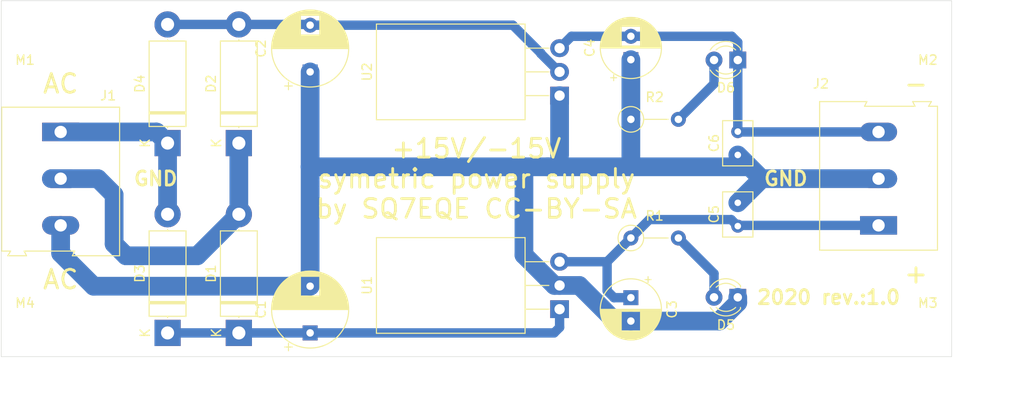
<source format=kicad_pcb>
(kicad_pcb (version 20171130) (host pcbnew 5.1.5-1.fc31)

  (general
    (thickness 1.6)
    (drawings 14)
    (tracks 79)
    (zones 0)
    (modules 22)
    (nets 10)
  )

  (page A4)
  (title_block
    (title "Symetryczny zasilacz +15v/-15V PCB")
    (date 2020-03-16)
    (rev 1.0)
    (company "MSc. Paweł Sobótka")
    (comment 1 "CC-BY-SA 4.0")
    (comment 2 "by SQ7EQE")
  )

  (layers
    (0 F.Cu jumper)
    (31 B.Cu signal)
    (32 B.Adhes user)
    (33 F.Adhes user)
    (34 B.Paste user)
    (35 F.Paste user)
    (36 B.SilkS user)
    (37 F.SilkS user)
    (38 B.Mask user)
    (39 F.Mask user)
    (40 Dwgs.User user)
    (41 Cmts.User user)
    (42 Eco1.User user)
    (43 Eco2.User user)
    (44 Edge.Cuts user)
    (45 Margin user)
    (46 B.CrtYd user)
    (47 F.CrtYd user)
    (48 B.Fab user)
    (49 F.Fab user)
  )

  (setup
    (last_trace_width 1)
    (user_trace_width 2)
    (trace_clearance 0.2)
    (zone_clearance 0.508)
    (zone_45_only no)
    (trace_min 0.2)
    (via_size 0.8)
    (via_drill 0.4)
    (via_min_size 0.4)
    (via_min_drill 0.3)
    (uvia_size 0.3)
    (uvia_drill 0.1)
    (uvias_allowed no)
    (uvia_min_size 0.2)
    (uvia_min_drill 0.1)
    (edge_width 0.05)
    (segment_width 0.2)
    (pcb_text_width 0.3)
    (pcb_text_size 1.5 1.5)
    (mod_edge_width 0.12)
    (mod_text_size 1 1)
    (mod_text_width 0.15)
    (pad_size 1.524 1.524)
    (pad_drill 0.762)
    (pad_to_mask_clearance 0.051)
    (solder_mask_min_width 0.25)
    (aux_axis_origin 81.28 111.76)
    (grid_origin 81.28 111.76)
    (visible_elements FFFFFF7F)
    (pcbplotparams
      (layerselection 0x010fc_ffffffff)
      (usegerberextensions false)
      (usegerberattributes false)
      (usegerberadvancedattributes false)
      (creategerberjobfile false)
      (excludeedgelayer true)
      (linewidth 0.150000)
      (plotframeref false)
      (viasonmask false)
      (mode 1)
      (useauxorigin false)
      (hpglpennumber 1)
      (hpglpenspeed 20)
      (hpglpendiameter 15.000000)
      (psnegative false)
      (psa4output false)
      (plotreference true)
      (plotvalue true)
      (plotinvisibletext false)
      (padsonsilk false)
      (subtractmaskfromsilk false)
      (outputformat 1)
      (mirror false)
      (drillshape 1)
      (scaleselection 1)
      (outputdirectory ""))
  )

  (net 0 "")
  (net 1 GND)
  (net 2 /+)
  (net 3 /-)
  (net 4 "Net-(C3-Pad1)")
  (net 5 "Net-(C4-Pad2)")
  (net 6 /AC1)
  (net 7 /AC2)
  (net 8 "Net-(D5-Pad2)")
  (net 9 "Net-(D6-Pad2)")

  (net_class Default "To jest domyślna klasa połączeń."
    (clearance 0.2)
    (trace_width 1)
    (via_dia 0.8)
    (via_drill 0.4)
    (uvia_dia 0.3)
    (uvia_drill 0.1)
    (add_net /+)
    (add_net /-)
    (add_net /AC1)
    (add_net /AC2)
    (add_net GND)
    (add_net "Net-(C3-Pad1)")
    (add_net "Net-(C4-Pad2)")
    (add_net "Net-(D5-Pad2)")
    (add_net "Net-(D6-Pad2)")
  )

  (net_class gnd ""
    (clearance 0.2)
    (trace_width 2)
    (via_dia 0.8)
    (via_drill 0.4)
    (uvia_dia 0.3)
    (uvia_drill 0.1)
  )

  (module Package_TO_SOT_THT:TO-220-3_Horizontal_TabDown (layer F.Cu) (tedit 5AC8BA0D) (tstamp 5E6F9270)
    (at 140.97 83.82 90)
    (descr "TO-220-3, Horizontal, RM 2.54mm, see https://www.vishay.com/docs/66542/to-220-1.pdf")
    (tags "TO-220-3 Horizontal RM 2.54mm")
    (path /5E6F3D0D)
    (fp_text reference U2 (at 2.54 -20.58 90) (layer F.SilkS)
      (effects (font (size 1 1) (thickness 0.15)))
    )
    (fp_text value LM7915_TO220 (at 2.54 2 90) (layer F.Fab)
      (effects (font (size 1 1) (thickness 0.15)))
    )
    (fp_text user %R (at 2.54 -20.58 90) (layer F.Fab)
      (effects (font (size 1 1) (thickness 0.15)))
    )
    (fp_line (start 7.79 -19.71) (end -2.71 -19.71) (layer F.CrtYd) (width 0.05))
    (fp_line (start 7.79 1.25) (end 7.79 -19.71) (layer F.CrtYd) (width 0.05))
    (fp_line (start -2.71 1.25) (end 7.79 1.25) (layer F.CrtYd) (width 0.05))
    (fp_line (start -2.71 -19.71) (end -2.71 1.25) (layer F.CrtYd) (width 0.05))
    (fp_line (start 5.08 -3.69) (end 5.08 -1.15) (layer F.SilkS) (width 0.12))
    (fp_line (start 2.54 -3.69) (end 2.54 -1.15) (layer F.SilkS) (width 0.12))
    (fp_line (start 0 -3.69) (end 0 -1.15) (layer F.SilkS) (width 0.12))
    (fp_line (start 7.66 -19.58) (end 7.66 -3.69) (layer F.SilkS) (width 0.12))
    (fp_line (start -2.58 -19.58) (end -2.58 -3.69) (layer F.SilkS) (width 0.12))
    (fp_line (start -2.58 -19.58) (end 7.66 -19.58) (layer F.SilkS) (width 0.12))
    (fp_line (start -2.58 -3.69) (end 7.66 -3.69) (layer F.SilkS) (width 0.12))
    (fp_line (start 5.08 -3.81) (end 5.08 0) (layer F.Fab) (width 0.1))
    (fp_line (start 2.54 -3.81) (end 2.54 0) (layer F.Fab) (width 0.1))
    (fp_line (start 0 -3.81) (end 0 0) (layer F.Fab) (width 0.1))
    (fp_line (start 7.54 -3.81) (end -2.46 -3.81) (layer F.Fab) (width 0.1))
    (fp_line (start 7.54 -13.06) (end 7.54 -3.81) (layer F.Fab) (width 0.1))
    (fp_line (start -2.46 -13.06) (end 7.54 -13.06) (layer F.Fab) (width 0.1))
    (fp_line (start -2.46 -3.81) (end -2.46 -13.06) (layer F.Fab) (width 0.1))
    (fp_line (start 7.54 -13.06) (end -2.46 -13.06) (layer F.Fab) (width 0.1))
    (fp_line (start 7.54 -19.46) (end 7.54 -13.06) (layer F.Fab) (width 0.1))
    (fp_line (start -2.46 -19.46) (end 7.54 -19.46) (layer F.Fab) (width 0.1))
    (fp_line (start -2.46 -13.06) (end -2.46 -19.46) (layer F.Fab) (width 0.1))
    (fp_circle (center 2.54 -16.66) (end 4.39 -16.66) (layer F.Fab) (width 0.1))
    (pad 3 thru_hole oval (at 5.08 0 90) (size 1.905 2) (drill 1.1) (layers *.Cu *.Mask)
      (net 5 "Net-(C4-Pad2)"))
    (pad 2 thru_hole oval (at 2.54 0 90) (size 1.905 2) (drill 1.1) (layers *.Cu *.Mask)
      (net 3 /-))
    (pad 1 thru_hole rect (at 0 0 90) (size 1.905 2) (drill 1.1) (layers *.Cu *.Mask)
      (net 1 GND))
    (pad "" np_thru_hole oval (at 2.54 -16.66 90) (size 3.5 3.5) (drill 3.5) (layers *.Cu *.Mask))
    (model ${KISYS3DMOD}/Package_TO_SOT_THT.3dshapes/TO-220-3_Horizontal_TabDown.wrl
      (at (xyz 0 0 0))
      (scale (xyz 1 1 1))
      (rotate (xyz 0 0 0))
    )
  )

  (module Package_TO_SOT_THT:TO-220-3_Horizontal_TabDown (layer F.Cu) (tedit 5AC8BA0D) (tstamp 5E6F6067)
    (at 140.97 106.68 90)
    (descr "TO-220-3, Horizontal, RM 2.54mm, see https://www.vishay.com/docs/66542/to-220-1.pdf")
    (tags "TO-220-3 Horizontal RM 2.54mm")
    (path /5E6F3A66)
    (fp_text reference U1 (at 2.54 -20.58 90) (layer F.SilkS)
      (effects (font (size 1 1) (thickness 0.15)))
    )
    (fp_text value LM7815_TO220 (at 2.54 2 90) (layer F.Fab)
      (effects (font (size 1 1) (thickness 0.15)))
    )
    (fp_text user %R (at 2.54 -20.58 90) (layer F.Fab)
      (effects (font (size 1 1) (thickness 0.15)))
    )
    (fp_line (start 7.79 -19.71) (end -2.71 -19.71) (layer F.CrtYd) (width 0.05))
    (fp_line (start 7.79 1.25) (end 7.79 -19.71) (layer F.CrtYd) (width 0.05))
    (fp_line (start -2.71 1.25) (end 7.79 1.25) (layer F.CrtYd) (width 0.05))
    (fp_line (start -2.71 -19.71) (end -2.71 1.25) (layer F.CrtYd) (width 0.05))
    (fp_line (start 5.08 -3.69) (end 5.08 -1.15) (layer F.SilkS) (width 0.12))
    (fp_line (start 2.54 -3.69) (end 2.54 -1.15) (layer F.SilkS) (width 0.12))
    (fp_line (start 0 -3.69) (end 0 -1.15) (layer F.SilkS) (width 0.12))
    (fp_line (start 7.66 -19.58) (end 7.66 -3.69) (layer F.SilkS) (width 0.12))
    (fp_line (start -2.58 -19.58) (end -2.58 -3.69) (layer F.SilkS) (width 0.12))
    (fp_line (start -2.58 -19.58) (end 7.66 -19.58) (layer F.SilkS) (width 0.12))
    (fp_line (start -2.58 -3.69) (end 7.66 -3.69) (layer F.SilkS) (width 0.12))
    (fp_line (start 5.08 -3.81) (end 5.08 0) (layer F.Fab) (width 0.1))
    (fp_line (start 2.54 -3.81) (end 2.54 0) (layer F.Fab) (width 0.1))
    (fp_line (start 0 -3.81) (end 0 0) (layer F.Fab) (width 0.1))
    (fp_line (start 7.54 -3.81) (end -2.46 -3.81) (layer F.Fab) (width 0.1))
    (fp_line (start 7.54 -13.06) (end 7.54 -3.81) (layer F.Fab) (width 0.1))
    (fp_line (start -2.46 -13.06) (end 7.54 -13.06) (layer F.Fab) (width 0.1))
    (fp_line (start -2.46 -3.81) (end -2.46 -13.06) (layer F.Fab) (width 0.1))
    (fp_line (start 7.54 -13.06) (end -2.46 -13.06) (layer F.Fab) (width 0.1))
    (fp_line (start 7.54 -19.46) (end 7.54 -13.06) (layer F.Fab) (width 0.1))
    (fp_line (start -2.46 -19.46) (end 7.54 -19.46) (layer F.Fab) (width 0.1))
    (fp_line (start -2.46 -13.06) (end -2.46 -19.46) (layer F.Fab) (width 0.1))
    (fp_circle (center 2.54 -16.66) (end 4.39 -16.66) (layer F.Fab) (width 0.1))
    (pad 3 thru_hole oval (at 5.08 0 90) (size 1.905 2) (drill 1.1) (layers *.Cu *.Mask)
      (net 4 "Net-(C3-Pad1)"))
    (pad 2 thru_hole oval (at 2.54 0 90) (size 1.905 2) (drill 1.1) (layers *.Cu *.Mask)
      (net 1 GND))
    (pad 1 thru_hole rect (at 0 0 90) (size 1.905 2) (drill 1.1) (layers *.Cu *.Mask)
      (net 2 /+))
    (pad "" np_thru_hole oval (at 2.54 -16.66 90) (size 3.5 3.5) (drill 3.5) (layers *.Cu *.Mask))
    (model ${KISYS3DMOD}/Package_TO_SOT_THT.3dshapes/TO-220-3_Horizontal_TabDown.wrl
      (at (xyz 0 0 0))
      (scale (xyz 1 1 1))
      (rotate (xyz 0 0 0))
    )
  )

  (module Resistor_THT:R_Axial_DIN0207_L6.3mm_D2.5mm_P5.08mm_Vertical (layer F.Cu) (tedit 5AE5139B) (tstamp 5E6F604D)
    (at 148.59 86.36)
    (descr "Resistor, Axial_DIN0207 series, Axial, Vertical, pin pitch=5.08mm, 0.25W = 1/4W, length*diameter=6.3*2.5mm^2, http://cdn-reichelt.de/documents/datenblatt/B400/1_4W%23YAG.pdf")
    (tags "Resistor Axial_DIN0207 series Axial Vertical pin pitch 5.08mm 0.25W = 1/4W length 6.3mm diameter 2.5mm")
    (path /5E70629A)
    (fp_text reference R2 (at 2.54 -2.37) (layer F.SilkS)
      (effects (font (size 1 1) (thickness 0.15)))
    )
    (fp_text value 330R (at 2.54 2.37) (layer F.Fab)
      (effects (font (size 1 1) (thickness 0.15)))
    )
    (fp_text user %R (at 2.54 -2.37) (layer F.Fab)
      (effects (font (size 1 1) (thickness 0.15)))
    )
    (fp_line (start 6.13 -1.5) (end -1.5 -1.5) (layer F.CrtYd) (width 0.05))
    (fp_line (start 6.13 1.5) (end 6.13 -1.5) (layer F.CrtYd) (width 0.05))
    (fp_line (start -1.5 1.5) (end 6.13 1.5) (layer F.CrtYd) (width 0.05))
    (fp_line (start -1.5 -1.5) (end -1.5 1.5) (layer F.CrtYd) (width 0.05))
    (fp_line (start 1.37 0) (end 3.98 0) (layer F.SilkS) (width 0.12))
    (fp_line (start 0 0) (end 5.08 0) (layer F.Fab) (width 0.1))
    (fp_circle (center 0 0) (end 1.37 0) (layer F.SilkS) (width 0.12))
    (fp_circle (center 0 0) (end 1.25 0) (layer F.Fab) (width 0.1))
    (pad 2 thru_hole oval (at 5.08 0) (size 1.6 1.6) (drill 0.8) (layers *.Cu *.Mask)
      (net 9 "Net-(D6-Pad2)"))
    (pad 1 thru_hole circle (at 0 0) (size 1.6 1.6) (drill 0.8) (layers *.Cu *.Mask)
      (net 1 GND))
    (model ${KISYS3DMOD}/Resistor_THT.3dshapes/R_Axial_DIN0207_L6.3mm_D2.5mm_P5.08mm_Vertical.wrl
      (at (xyz 0 0 0))
      (scale (xyz 1 1 1))
      (rotate (xyz 0 0 0))
    )
  )

  (module Resistor_THT:R_Axial_DIN0207_L6.3mm_D2.5mm_P5.08mm_Vertical (layer F.Cu) (tedit 5AE5139B) (tstamp 5E6F747D)
    (at 148.59 99.06)
    (descr "Resistor, Axial_DIN0207 series, Axial, Vertical, pin pitch=5.08mm, 0.25W = 1/4W, length*diameter=6.3*2.5mm^2, http://cdn-reichelt.de/documents/datenblatt/B400/1_4W%23YAG.pdf")
    (tags "Resistor Axial_DIN0207 series Axial Vertical pin pitch 5.08mm 0.25W = 1/4W length 6.3mm diameter 2.5mm")
    (path /5E6F5DAD)
    (fp_text reference R1 (at 2.54 -2.37) (layer F.SilkS)
      (effects (font (size 1 1) (thickness 0.15)))
    )
    (fp_text value 330R (at 2.54 2.37) (layer F.Fab)
      (effects (font (size 1 1) (thickness 0.15)))
    )
    (fp_text user %R (at 2.54 -2.37) (layer F.Fab)
      (effects (font (size 1 1) (thickness 0.15)))
    )
    (fp_line (start 6.13 -1.5) (end -1.5 -1.5) (layer F.CrtYd) (width 0.05))
    (fp_line (start 6.13 1.5) (end 6.13 -1.5) (layer F.CrtYd) (width 0.05))
    (fp_line (start -1.5 1.5) (end 6.13 1.5) (layer F.CrtYd) (width 0.05))
    (fp_line (start -1.5 -1.5) (end -1.5 1.5) (layer F.CrtYd) (width 0.05))
    (fp_line (start 1.37 0) (end 3.98 0) (layer F.SilkS) (width 0.12))
    (fp_line (start 0 0) (end 5.08 0) (layer F.Fab) (width 0.1))
    (fp_circle (center 0 0) (end 1.37 0) (layer F.SilkS) (width 0.12))
    (fp_circle (center 0 0) (end 1.25 0) (layer F.Fab) (width 0.1))
    (pad 2 thru_hole oval (at 5.08 0) (size 1.6 1.6) (drill 0.8) (layers *.Cu *.Mask)
      (net 8 "Net-(D5-Pad2)"))
    (pad 1 thru_hole circle (at 0 0) (size 1.6 1.6) (drill 0.8) (layers *.Cu *.Mask)
      (net 4 "Net-(C3-Pad1)"))
    (model ${KISYS3DMOD}/Resistor_THT.3dshapes/R_Axial_DIN0207_L6.3mm_D2.5mm_P5.08mm_Vertical.wrl
      (at (xyz 0 0 0))
      (scale (xyz 1 1 1))
      (rotate (xyz 0 0 0))
    )
  )

  (module MountingHole:MountingHole_2.2mm_M2 locked (layer F.Cu) (tedit 56D1B4CB) (tstamp 5E6FDA44)
    (at 83.82 109.22)
    (descr "Mounting Hole 2.2mm, no annular, M2")
    (tags "mounting hole 2.2mm no annular m2")
    (attr virtual)
    (fp_text reference M4 (at 0 -3.2) (layer F.SilkS)
      (effects (font (size 1 1) (thickness 0.15)))
    )
    (fp_text value MountingHole_2.2mm_M2 (at 12.7 0) (layer F.Fab)
      (effects (font (size 1 1) (thickness 0.15)))
    )
    (fp_circle (center 0 0) (end 2.45 0) (layer F.CrtYd) (width 0.05))
    (fp_circle (center 0 0) (end 2.2 0) (layer Cmts.User) (width 0.15))
    (fp_text user %R (at 0.3 0) (layer F.Fab)
      (effects (font (size 1 1) (thickness 0.15)))
    )
    (pad 1 np_thru_hole circle (at 0 0) (size 2.2 2.2) (drill 2.2) (layers *.Cu *.Mask))
  )

  (module MountingHole:MountingHole_2.2mm_M2 locked (layer F.Cu) (tedit 56D1B4CB) (tstamp 5E6F965F)
    (at 180.34 109.22)
    (descr "Mounting Hole 2.2mm, no annular, M2")
    (tags "mounting hole 2.2mm no annular m2")
    (attr virtual)
    (fp_text reference M3 (at 0 -3.2) (layer F.SilkS)
      (effects (font (size 1 1) (thickness 0.15)))
    )
    (fp_text value MountingHole_2.2mm_M2 (at -12.7 0) (layer F.Fab)
      (effects (font (size 1 1) (thickness 0.15)))
    )
    (fp_circle (center 0 0) (end 2.45 0) (layer F.CrtYd) (width 0.05))
    (fp_circle (center 0 0) (end 2.2 0) (layer Cmts.User) (width 0.15))
    (fp_text user %R (at 0.3 0) (layer F.Fab)
      (effects (font (size 1 1) (thickness 0.15)))
    )
    (pad 1 np_thru_hole circle (at 0 0) (size 2.2 2.2) (drill 2.2) (layers *.Cu *.Mask))
  )

  (module MountingHole:MountingHole_2.2mm_M2 locked (layer F.Cu) (tedit 56D1B4CB) (tstamp 5E6FA4A5)
    (at 180.34 76.2)
    (descr "Mounting Hole 2.2mm, no annular, M2")
    (tags "mounting hole 2.2mm no annular m2")
    (attr virtual)
    (fp_text reference M2 (at 0 3.81) (layer F.SilkS)
      (effects (font (size 1 1) (thickness 0.15)))
    )
    (fp_text value MountingHole_2.2mm_M2 (at -12.7 0) (layer F.Fab)
      (effects (font (size 1 1) (thickness 0.15)))
    )
    (fp_circle (center 0 0) (end 2.45 0) (layer F.CrtYd) (width 0.05))
    (fp_circle (center 0 0) (end 2.2 0) (layer Cmts.User) (width 0.15))
    (fp_text user %R (at 0.3 0) (layer F.Fab)
      (effects (font (size 1 1) (thickness 0.15)))
    )
    (pad 1 np_thru_hole circle (at 0 0) (size 2.2 2.2) (drill 2.2) (layers *.Cu *.Mask))
  )

  (module MountingHole:MountingHole_2.2mm_M2 locked (layer F.Cu) (tedit 56D1B4CB) (tstamp 5E6FD9CA)
    (at 83.82 76.2)
    (descr "Mounting Hole 2.2mm, no annular, M2")
    (tags "mounting hole 2.2mm no annular m2")
    (attr virtual)
    (fp_text reference M1 (at 0 3.81) (layer F.SilkS)
      (effects (font (size 1 1) (thickness 0.15)))
    )
    (fp_text value MountingHole_2.2mm_M2 (at 12.7 0) (layer F.Fab)
      (effects (font (size 1 1) (thickness 0.15)))
    )
    (fp_circle (center 0 0) (end 2.45 0) (layer F.CrtYd) (width 0.05))
    (fp_circle (center 0 0) (end 2.2 0) (layer Cmts.User) (width 0.15))
    (fp_text user %R (at 0.3 0) (layer F.Fab)
      (effects (font (size 1 1) (thickness 0.15)))
    )
    (pad 1 np_thru_hole circle (at 0 0) (size 2.2 2.2) (drill 2.2) (layers *.Cu *.Mask))
  )

  (module Capacitor_THT:CP_Radial_D8.0mm_P5.00mm (layer F.Cu) (tedit 5AE50EF0) (tstamp 5E6F5C80)
    (at 114.3 109.22 90)
    (descr "CP, Radial series, Radial, pin pitch=5.00mm, , diameter=8mm, Electrolytic Capacitor")
    (tags "CP Radial series Radial pin pitch 5.00mm  diameter 8mm Electrolytic Capacitor")
    (path /5E6F450D)
    (fp_text reference C1 (at 2.5 -5.25 90) (layer F.SilkS)
      (effects (font (size 1 1) (thickness 0.15)))
    )
    (fp_text value 470u (at 2.5 5.25 90) (layer F.Fab)
      (effects (font (size 1 1) (thickness 0.15)))
    )
    (fp_text user %R (at 2.5 0 90) (layer F.Fab)
      (effects (font (size 1 1) (thickness 0.15)))
    )
    (fp_line (start -1.509698 -2.715) (end -1.509698 -1.915) (layer F.SilkS) (width 0.12))
    (fp_line (start -1.909698 -2.315) (end -1.109698 -2.315) (layer F.SilkS) (width 0.12))
    (fp_line (start 6.581 -0.533) (end 6.581 0.533) (layer F.SilkS) (width 0.12))
    (fp_line (start 6.541 -0.768) (end 6.541 0.768) (layer F.SilkS) (width 0.12))
    (fp_line (start 6.501 -0.948) (end 6.501 0.948) (layer F.SilkS) (width 0.12))
    (fp_line (start 6.461 -1.098) (end 6.461 1.098) (layer F.SilkS) (width 0.12))
    (fp_line (start 6.421 -1.229) (end 6.421 1.229) (layer F.SilkS) (width 0.12))
    (fp_line (start 6.381 -1.346) (end 6.381 1.346) (layer F.SilkS) (width 0.12))
    (fp_line (start 6.341 -1.453) (end 6.341 1.453) (layer F.SilkS) (width 0.12))
    (fp_line (start 6.301 -1.552) (end 6.301 1.552) (layer F.SilkS) (width 0.12))
    (fp_line (start 6.261 -1.645) (end 6.261 1.645) (layer F.SilkS) (width 0.12))
    (fp_line (start 6.221 -1.731) (end 6.221 1.731) (layer F.SilkS) (width 0.12))
    (fp_line (start 6.181 -1.813) (end 6.181 1.813) (layer F.SilkS) (width 0.12))
    (fp_line (start 6.141 -1.89) (end 6.141 1.89) (layer F.SilkS) (width 0.12))
    (fp_line (start 6.101 -1.964) (end 6.101 1.964) (layer F.SilkS) (width 0.12))
    (fp_line (start 6.061 -2.034) (end 6.061 2.034) (layer F.SilkS) (width 0.12))
    (fp_line (start 6.021 1.04) (end 6.021 2.102) (layer F.SilkS) (width 0.12))
    (fp_line (start 6.021 -2.102) (end 6.021 -1.04) (layer F.SilkS) (width 0.12))
    (fp_line (start 5.981 1.04) (end 5.981 2.166) (layer F.SilkS) (width 0.12))
    (fp_line (start 5.981 -2.166) (end 5.981 -1.04) (layer F.SilkS) (width 0.12))
    (fp_line (start 5.941 1.04) (end 5.941 2.228) (layer F.SilkS) (width 0.12))
    (fp_line (start 5.941 -2.228) (end 5.941 -1.04) (layer F.SilkS) (width 0.12))
    (fp_line (start 5.901 1.04) (end 5.901 2.287) (layer F.SilkS) (width 0.12))
    (fp_line (start 5.901 -2.287) (end 5.901 -1.04) (layer F.SilkS) (width 0.12))
    (fp_line (start 5.861 1.04) (end 5.861 2.345) (layer F.SilkS) (width 0.12))
    (fp_line (start 5.861 -2.345) (end 5.861 -1.04) (layer F.SilkS) (width 0.12))
    (fp_line (start 5.821 1.04) (end 5.821 2.4) (layer F.SilkS) (width 0.12))
    (fp_line (start 5.821 -2.4) (end 5.821 -1.04) (layer F.SilkS) (width 0.12))
    (fp_line (start 5.781 1.04) (end 5.781 2.454) (layer F.SilkS) (width 0.12))
    (fp_line (start 5.781 -2.454) (end 5.781 -1.04) (layer F.SilkS) (width 0.12))
    (fp_line (start 5.741 1.04) (end 5.741 2.505) (layer F.SilkS) (width 0.12))
    (fp_line (start 5.741 -2.505) (end 5.741 -1.04) (layer F.SilkS) (width 0.12))
    (fp_line (start 5.701 1.04) (end 5.701 2.556) (layer F.SilkS) (width 0.12))
    (fp_line (start 5.701 -2.556) (end 5.701 -1.04) (layer F.SilkS) (width 0.12))
    (fp_line (start 5.661 1.04) (end 5.661 2.604) (layer F.SilkS) (width 0.12))
    (fp_line (start 5.661 -2.604) (end 5.661 -1.04) (layer F.SilkS) (width 0.12))
    (fp_line (start 5.621 1.04) (end 5.621 2.651) (layer F.SilkS) (width 0.12))
    (fp_line (start 5.621 -2.651) (end 5.621 -1.04) (layer F.SilkS) (width 0.12))
    (fp_line (start 5.581 1.04) (end 5.581 2.697) (layer F.SilkS) (width 0.12))
    (fp_line (start 5.581 -2.697) (end 5.581 -1.04) (layer F.SilkS) (width 0.12))
    (fp_line (start 5.541 1.04) (end 5.541 2.741) (layer F.SilkS) (width 0.12))
    (fp_line (start 5.541 -2.741) (end 5.541 -1.04) (layer F.SilkS) (width 0.12))
    (fp_line (start 5.501 1.04) (end 5.501 2.784) (layer F.SilkS) (width 0.12))
    (fp_line (start 5.501 -2.784) (end 5.501 -1.04) (layer F.SilkS) (width 0.12))
    (fp_line (start 5.461 1.04) (end 5.461 2.826) (layer F.SilkS) (width 0.12))
    (fp_line (start 5.461 -2.826) (end 5.461 -1.04) (layer F.SilkS) (width 0.12))
    (fp_line (start 5.421 1.04) (end 5.421 2.867) (layer F.SilkS) (width 0.12))
    (fp_line (start 5.421 -2.867) (end 5.421 -1.04) (layer F.SilkS) (width 0.12))
    (fp_line (start 5.381 1.04) (end 5.381 2.907) (layer F.SilkS) (width 0.12))
    (fp_line (start 5.381 -2.907) (end 5.381 -1.04) (layer F.SilkS) (width 0.12))
    (fp_line (start 5.341 1.04) (end 5.341 2.945) (layer F.SilkS) (width 0.12))
    (fp_line (start 5.341 -2.945) (end 5.341 -1.04) (layer F.SilkS) (width 0.12))
    (fp_line (start 5.301 1.04) (end 5.301 2.983) (layer F.SilkS) (width 0.12))
    (fp_line (start 5.301 -2.983) (end 5.301 -1.04) (layer F.SilkS) (width 0.12))
    (fp_line (start 5.261 1.04) (end 5.261 3.019) (layer F.SilkS) (width 0.12))
    (fp_line (start 5.261 -3.019) (end 5.261 -1.04) (layer F.SilkS) (width 0.12))
    (fp_line (start 5.221 1.04) (end 5.221 3.055) (layer F.SilkS) (width 0.12))
    (fp_line (start 5.221 -3.055) (end 5.221 -1.04) (layer F.SilkS) (width 0.12))
    (fp_line (start 5.181 1.04) (end 5.181 3.09) (layer F.SilkS) (width 0.12))
    (fp_line (start 5.181 -3.09) (end 5.181 -1.04) (layer F.SilkS) (width 0.12))
    (fp_line (start 5.141 1.04) (end 5.141 3.124) (layer F.SilkS) (width 0.12))
    (fp_line (start 5.141 -3.124) (end 5.141 -1.04) (layer F.SilkS) (width 0.12))
    (fp_line (start 5.101 1.04) (end 5.101 3.156) (layer F.SilkS) (width 0.12))
    (fp_line (start 5.101 -3.156) (end 5.101 -1.04) (layer F.SilkS) (width 0.12))
    (fp_line (start 5.061 1.04) (end 5.061 3.189) (layer F.SilkS) (width 0.12))
    (fp_line (start 5.061 -3.189) (end 5.061 -1.04) (layer F.SilkS) (width 0.12))
    (fp_line (start 5.021 1.04) (end 5.021 3.22) (layer F.SilkS) (width 0.12))
    (fp_line (start 5.021 -3.22) (end 5.021 -1.04) (layer F.SilkS) (width 0.12))
    (fp_line (start 4.981 1.04) (end 4.981 3.25) (layer F.SilkS) (width 0.12))
    (fp_line (start 4.981 -3.25) (end 4.981 -1.04) (layer F.SilkS) (width 0.12))
    (fp_line (start 4.941 1.04) (end 4.941 3.28) (layer F.SilkS) (width 0.12))
    (fp_line (start 4.941 -3.28) (end 4.941 -1.04) (layer F.SilkS) (width 0.12))
    (fp_line (start 4.901 1.04) (end 4.901 3.309) (layer F.SilkS) (width 0.12))
    (fp_line (start 4.901 -3.309) (end 4.901 -1.04) (layer F.SilkS) (width 0.12))
    (fp_line (start 4.861 1.04) (end 4.861 3.338) (layer F.SilkS) (width 0.12))
    (fp_line (start 4.861 -3.338) (end 4.861 -1.04) (layer F.SilkS) (width 0.12))
    (fp_line (start 4.821 1.04) (end 4.821 3.365) (layer F.SilkS) (width 0.12))
    (fp_line (start 4.821 -3.365) (end 4.821 -1.04) (layer F.SilkS) (width 0.12))
    (fp_line (start 4.781 1.04) (end 4.781 3.392) (layer F.SilkS) (width 0.12))
    (fp_line (start 4.781 -3.392) (end 4.781 -1.04) (layer F.SilkS) (width 0.12))
    (fp_line (start 4.741 1.04) (end 4.741 3.418) (layer F.SilkS) (width 0.12))
    (fp_line (start 4.741 -3.418) (end 4.741 -1.04) (layer F.SilkS) (width 0.12))
    (fp_line (start 4.701 1.04) (end 4.701 3.444) (layer F.SilkS) (width 0.12))
    (fp_line (start 4.701 -3.444) (end 4.701 -1.04) (layer F.SilkS) (width 0.12))
    (fp_line (start 4.661 1.04) (end 4.661 3.469) (layer F.SilkS) (width 0.12))
    (fp_line (start 4.661 -3.469) (end 4.661 -1.04) (layer F.SilkS) (width 0.12))
    (fp_line (start 4.621 1.04) (end 4.621 3.493) (layer F.SilkS) (width 0.12))
    (fp_line (start 4.621 -3.493) (end 4.621 -1.04) (layer F.SilkS) (width 0.12))
    (fp_line (start 4.581 1.04) (end 4.581 3.517) (layer F.SilkS) (width 0.12))
    (fp_line (start 4.581 -3.517) (end 4.581 -1.04) (layer F.SilkS) (width 0.12))
    (fp_line (start 4.541 1.04) (end 4.541 3.54) (layer F.SilkS) (width 0.12))
    (fp_line (start 4.541 -3.54) (end 4.541 -1.04) (layer F.SilkS) (width 0.12))
    (fp_line (start 4.501 1.04) (end 4.501 3.562) (layer F.SilkS) (width 0.12))
    (fp_line (start 4.501 -3.562) (end 4.501 -1.04) (layer F.SilkS) (width 0.12))
    (fp_line (start 4.461 1.04) (end 4.461 3.584) (layer F.SilkS) (width 0.12))
    (fp_line (start 4.461 -3.584) (end 4.461 -1.04) (layer F.SilkS) (width 0.12))
    (fp_line (start 4.421 1.04) (end 4.421 3.606) (layer F.SilkS) (width 0.12))
    (fp_line (start 4.421 -3.606) (end 4.421 -1.04) (layer F.SilkS) (width 0.12))
    (fp_line (start 4.381 1.04) (end 4.381 3.627) (layer F.SilkS) (width 0.12))
    (fp_line (start 4.381 -3.627) (end 4.381 -1.04) (layer F.SilkS) (width 0.12))
    (fp_line (start 4.341 1.04) (end 4.341 3.647) (layer F.SilkS) (width 0.12))
    (fp_line (start 4.341 -3.647) (end 4.341 -1.04) (layer F.SilkS) (width 0.12))
    (fp_line (start 4.301 1.04) (end 4.301 3.666) (layer F.SilkS) (width 0.12))
    (fp_line (start 4.301 -3.666) (end 4.301 -1.04) (layer F.SilkS) (width 0.12))
    (fp_line (start 4.261 1.04) (end 4.261 3.686) (layer F.SilkS) (width 0.12))
    (fp_line (start 4.261 -3.686) (end 4.261 -1.04) (layer F.SilkS) (width 0.12))
    (fp_line (start 4.221 1.04) (end 4.221 3.704) (layer F.SilkS) (width 0.12))
    (fp_line (start 4.221 -3.704) (end 4.221 -1.04) (layer F.SilkS) (width 0.12))
    (fp_line (start 4.181 1.04) (end 4.181 3.722) (layer F.SilkS) (width 0.12))
    (fp_line (start 4.181 -3.722) (end 4.181 -1.04) (layer F.SilkS) (width 0.12))
    (fp_line (start 4.141 1.04) (end 4.141 3.74) (layer F.SilkS) (width 0.12))
    (fp_line (start 4.141 -3.74) (end 4.141 -1.04) (layer F.SilkS) (width 0.12))
    (fp_line (start 4.101 1.04) (end 4.101 3.757) (layer F.SilkS) (width 0.12))
    (fp_line (start 4.101 -3.757) (end 4.101 -1.04) (layer F.SilkS) (width 0.12))
    (fp_line (start 4.061 1.04) (end 4.061 3.774) (layer F.SilkS) (width 0.12))
    (fp_line (start 4.061 -3.774) (end 4.061 -1.04) (layer F.SilkS) (width 0.12))
    (fp_line (start 4.021 1.04) (end 4.021 3.79) (layer F.SilkS) (width 0.12))
    (fp_line (start 4.021 -3.79) (end 4.021 -1.04) (layer F.SilkS) (width 0.12))
    (fp_line (start 3.981 1.04) (end 3.981 3.805) (layer F.SilkS) (width 0.12))
    (fp_line (start 3.981 -3.805) (end 3.981 -1.04) (layer F.SilkS) (width 0.12))
    (fp_line (start 3.941 -3.821) (end 3.941 3.821) (layer F.SilkS) (width 0.12))
    (fp_line (start 3.901 -3.835) (end 3.901 3.835) (layer F.SilkS) (width 0.12))
    (fp_line (start 3.861 -3.85) (end 3.861 3.85) (layer F.SilkS) (width 0.12))
    (fp_line (start 3.821 -3.863) (end 3.821 3.863) (layer F.SilkS) (width 0.12))
    (fp_line (start 3.781 -3.877) (end 3.781 3.877) (layer F.SilkS) (width 0.12))
    (fp_line (start 3.741 -3.889) (end 3.741 3.889) (layer F.SilkS) (width 0.12))
    (fp_line (start 3.701 -3.902) (end 3.701 3.902) (layer F.SilkS) (width 0.12))
    (fp_line (start 3.661 -3.914) (end 3.661 3.914) (layer F.SilkS) (width 0.12))
    (fp_line (start 3.621 -3.925) (end 3.621 3.925) (layer F.SilkS) (width 0.12))
    (fp_line (start 3.581 -3.936) (end 3.581 3.936) (layer F.SilkS) (width 0.12))
    (fp_line (start 3.541 -3.947) (end 3.541 3.947) (layer F.SilkS) (width 0.12))
    (fp_line (start 3.501 -3.957) (end 3.501 3.957) (layer F.SilkS) (width 0.12))
    (fp_line (start 3.461 -3.967) (end 3.461 3.967) (layer F.SilkS) (width 0.12))
    (fp_line (start 3.421 -3.976) (end 3.421 3.976) (layer F.SilkS) (width 0.12))
    (fp_line (start 3.381 -3.985) (end 3.381 3.985) (layer F.SilkS) (width 0.12))
    (fp_line (start 3.341 -3.994) (end 3.341 3.994) (layer F.SilkS) (width 0.12))
    (fp_line (start 3.301 -4.002) (end 3.301 4.002) (layer F.SilkS) (width 0.12))
    (fp_line (start 3.261 -4.01) (end 3.261 4.01) (layer F.SilkS) (width 0.12))
    (fp_line (start 3.221 -4.017) (end 3.221 4.017) (layer F.SilkS) (width 0.12))
    (fp_line (start 3.18 -4.024) (end 3.18 4.024) (layer F.SilkS) (width 0.12))
    (fp_line (start 3.14 -4.03) (end 3.14 4.03) (layer F.SilkS) (width 0.12))
    (fp_line (start 3.1 -4.037) (end 3.1 4.037) (layer F.SilkS) (width 0.12))
    (fp_line (start 3.06 -4.042) (end 3.06 4.042) (layer F.SilkS) (width 0.12))
    (fp_line (start 3.02 -4.048) (end 3.02 4.048) (layer F.SilkS) (width 0.12))
    (fp_line (start 2.98 -4.052) (end 2.98 4.052) (layer F.SilkS) (width 0.12))
    (fp_line (start 2.94 -4.057) (end 2.94 4.057) (layer F.SilkS) (width 0.12))
    (fp_line (start 2.9 -4.061) (end 2.9 4.061) (layer F.SilkS) (width 0.12))
    (fp_line (start 2.86 -4.065) (end 2.86 4.065) (layer F.SilkS) (width 0.12))
    (fp_line (start 2.82 -4.068) (end 2.82 4.068) (layer F.SilkS) (width 0.12))
    (fp_line (start 2.78 -4.071) (end 2.78 4.071) (layer F.SilkS) (width 0.12))
    (fp_line (start 2.74 -4.074) (end 2.74 4.074) (layer F.SilkS) (width 0.12))
    (fp_line (start 2.7 -4.076) (end 2.7 4.076) (layer F.SilkS) (width 0.12))
    (fp_line (start 2.66 -4.077) (end 2.66 4.077) (layer F.SilkS) (width 0.12))
    (fp_line (start 2.62 -4.079) (end 2.62 4.079) (layer F.SilkS) (width 0.12))
    (fp_line (start 2.58 -4.08) (end 2.58 4.08) (layer F.SilkS) (width 0.12))
    (fp_line (start 2.54 -4.08) (end 2.54 4.08) (layer F.SilkS) (width 0.12))
    (fp_line (start 2.5 -4.08) (end 2.5 4.08) (layer F.SilkS) (width 0.12))
    (fp_line (start -0.526759 -2.1475) (end -0.526759 -1.3475) (layer F.Fab) (width 0.1))
    (fp_line (start -0.926759 -1.7475) (end -0.126759 -1.7475) (layer F.Fab) (width 0.1))
    (fp_circle (center 2.5 0) (end 6.75 0) (layer F.CrtYd) (width 0.05))
    (fp_circle (center 2.5 0) (end 6.62 0) (layer F.SilkS) (width 0.12))
    (fp_circle (center 2.5 0) (end 6.5 0) (layer F.Fab) (width 0.1))
    (pad 2 thru_hole circle (at 5 0 90) (size 1.6 1.6) (drill 0.8) (layers *.Cu *.Mask)
      (net 1 GND))
    (pad 1 thru_hole rect (at 0 0 90) (size 1.6 1.6) (drill 0.8) (layers *.Cu *.Mask)
      (net 2 /+))
    (model ${KISYS3DMOD}/Capacitor_THT.3dshapes/CP_Radial_D8.0mm_P5.00mm.wrl
      (at (xyz 0 0 0))
      (scale (xyz 1 1 1))
      (rotate (xyz 0 0 0))
    )
  )

  (module Capacitor_THT:CP_Radial_D8.0mm_P5.00mm (layer F.Cu) (tedit 5AE50EF0) (tstamp 5E6F5D29)
    (at 114.3 81.28 90)
    (descr "CP, Radial series, Radial, pin pitch=5.00mm, , diameter=8mm, Electrolytic Capacitor")
    (tags "CP Radial series Radial pin pitch 5.00mm  diameter 8mm Electrolytic Capacitor")
    (path /5E6F45AB)
    (fp_text reference C2 (at 2.5 -5.25 90) (layer F.SilkS)
      (effects (font (size 1 1) (thickness 0.15)))
    )
    (fp_text value 470u (at 2.5 5.25 90) (layer F.Fab)
      (effects (font (size 1 1) (thickness 0.15)))
    )
    (fp_circle (center 2.5 0) (end 6.5 0) (layer F.Fab) (width 0.1))
    (fp_circle (center 2.5 0) (end 6.62 0) (layer F.SilkS) (width 0.12))
    (fp_circle (center 2.5 0) (end 6.75 0) (layer F.CrtYd) (width 0.05))
    (fp_line (start -0.926759 -1.7475) (end -0.126759 -1.7475) (layer F.Fab) (width 0.1))
    (fp_line (start -0.526759 -2.1475) (end -0.526759 -1.3475) (layer F.Fab) (width 0.1))
    (fp_line (start 2.5 -4.08) (end 2.5 4.08) (layer F.SilkS) (width 0.12))
    (fp_line (start 2.54 -4.08) (end 2.54 4.08) (layer F.SilkS) (width 0.12))
    (fp_line (start 2.58 -4.08) (end 2.58 4.08) (layer F.SilkS) (width 0.12))
    (fp_line (start 2.62 -4.079) (end 2.62 4.079) (layer F.SilkS) (width 0.12))
    (fp_line (start 2.66 -4.077) (end 2.66 4.077) (layer F.SilkS) (width 0.12))
    (fp_line (start 2.7 -4.076) (end 2.7 4.076) (layer F.SilkS) (width 0.12))
    (fp_line (start 2.74 -4.074) (end 2.74 4.074) (layer F.SilkS) (width 0.12))
    (fp_line (start 2.78 -4.071) (end 2.78 4.071) (layer F.SilkS) (width 0.12))
    (fp_line (start 2.82 -4.068) (end 2.82 4.068) (layer F.SilkS) (width 0.12))
    (fp_line (start 2.86 -4.065) (end 2.86 4.065) (layer F.SilkS) (width 0.12))
    (fp_line (start 2.9 -4.061) (end 2.9 4.061) (layer F.SilkS) (width 0.12))
    (fp_line (start 2.94 -4.057) (end 2.94 4.057) (layer F.SilkS) (width 0.12))
    (fp_line (start 2.98 -4.052) (end 2.98 4.052) (layer F.SilkS) (width 0.12))
    (fp_line (start 3.02 -4.048) (end 3.02 4.048) (layer F.SilkS) (width 0.12))
    (fp_line (start 3.06 -4.042) (end 3.06 4.042) (layer F.SilkS) (width 0.12))
    (fp_line (start 3.1 -4.037) (end 3.1 4.037) (layer F.SilkS) (width 0.12))
    (fp_line (start 3.14 -4.03) (end 3.14 4.03) (layer F.SilkS) (width 0.12))
    (fp_line (start 3.18 -4.024) (end 3.18 4.024) (layer F.SilkS) (width 0.12))
    (fp_line (start 3.221 -4.017) (end 3.221 4.017) (layer F.SilkS) (width 0.12))
    (fp_line (start 3.261 -4.01) (end 3.261 4.01) (layer F.SilkS) (width 0.12))
    (fp_line (start 3.301 -4.002) (end 3.301 4.002) (layer F.SilkS) (width 0.12))
    (fp_line (start 3.341 -3.994) (end 3.341 3.994) (layer F.SilkS) (width 0.12))
    (fp_line (start 3.381 -3.985) (end 3.381 3.985) (layer F.SilkS) (width 0.12))
    (fp_line (start 3.421 -3.976) (end 3.421 3.976) (layer F.SilkS) (width 0.12))
    (fp_line (start 3.461 -3.967) (end 3.461 3.967) (layer F.SilkS) (width 0.12))
    (fp_line (start 3.501 -3.957) (end 3.501 3.957) (layer F.SilkS) (width 0.12))
    (fp_line (start 3.541 -3.947) (end 3.541 3.947) (layer F.SilkS) (width 0.12))
    (fp_line (start 3.581 -3.936) (end 3.581 3.936) (layer F.SilkS) (width 0.12))
    (fp_line (start 3.621 -3.925) (end 3.621 3.925) (layer F.SilkS) (width 0.12))
    (fp_line (start 3.661 -3.914) (end 3.661 3.914) (layer F.SilkS) (width 0.12))
    (fp_line (start 3.701 -3.902) (end 3.701 3.902) (layer F.SilkS) (width 0.12))
    (fp_line (start 3.741 -3.889) (end 3.741 3.889) (layer F.SilkS) (width 0.12))
    (fp_line (start 3.781 -3.877) (end 3.781 3.877) (layer F.SilkS) (width 0.12))
    (fp_line (start 3.821 -3.863) (end 3.821 3.863) (layer F.SilkS) (width 0.12))
    (fp_line (start 3.861 -3.85) (end 3.861 3.85) (layer F.SilkS) (width 0.12))
    (fp_line (start 3.901 -3.835) (end 3.901 3.835) (layer F.SilkS) (width 0.12))
    (fp_line (start 3.941 -3.821) (end 3.941 3.821) (layer F.SilkS) (width 0.12))
    (fp_line (start 3.981 -3.805) (end 3.981 -1.04) (layer F.SilkS) (width 0.12))
    (fp_line (start 3.981 1.04) (end 3.981 3.805) (layer F.SilkS) (width 0.12))
    (fp_line (start 4.021 -3.79) (end 4.021 -1.04) (layer F.SilkS) (width 0.12))
    (fp_line (start 4.021 1.04) (end 4.021 3.79) (layer F.SilkS) (width 0.12))
    (fp_line (start 4.061 -3.774) (end 4.061 -1.04) (layer F.SilkS) (width 0.12))
    (fp_line (start 4.061 1.04) (end 4.061 3.774) (layer F.SilkS) (width 0.12))
    (fp_line (start 4.101 -3.757) (end 4.101 -1.04) (layer F.SilkS) (width 0.12))
    (fp_line (start 4.101 1.04) (end 4.101 3.757) (layer F.SilkS) (width 0.12))
    (fp_line (start 4.141 -3.74) (end 4.141 -1.04) (layer F.SilkS) (width 0.12))
    (fp_line (start 4.141 1.04) (end 4.141 3.74) (layer F.SilkS) (width 0.12))
    (fp_line (start 4.181 -3.722) (end 4.181 -1.04) (layer F.SilkS) (width 0.12))
    (fp_line (start 4.181 1.04) (end 4.181 3.722) (layer F.SilkS) (width 0.12))
    (fp_line (start 4.221 -3.704) (end 4.221 -1.04) (layer F.SilkS) (width 0.12))
    (fp_line (start 4.221 1.04) (end 4.221 3.704) (layer F.SilkS) (width 0.12))
    (fp_line (start 4.261 -3.686) (end 4.261 -1.04) (layer F.SilkS) (width 0.12))
    (fp_line (start 4.261 1.04) (end 4.261 3.686) (layer F.SilkS) (width 0.12))
    (fp_line (start 4.301 -3.666) (end 4.301 -1.04) (layer F.SilkS) (width 0.12))
    (fp_line (start 4.301 1.04) (end 4.301 3.666) (layer F.SilkS) (width 0.12))
    (fp_line (start 4.341 -3.647) (end 4.341 -1.04) (layer F.SilkS) (width 0.12))
    (fp_line (start 4.341 1.04) (end 4.341 3.647) (layer F.SilkS) (width 0.12))
    (fp_line (start 4.381 -3.627) (end 4.381 -1.04) (layer F.SilkS) (width 0.12))
    (fp_line (start 4.381 1.04) (end 4.381 3.627) (layer F.SilkS) (width 0.12))
    (fp_line (start 4.421 -3.606) (end 4.421 -1.04) (layer F.SilkS) (width 0.12))
    (fp_line (start 4.421 1.04) (end 4.421 3.606) (layer F.SilkS) (width 0.12))
    (fp_line (start 4.461 -3.584) (end 4.461 -1.04) (layer F.SilkS) (width 0.12))
    (fp_line (start 4.461 1.04) (end 4.461 3.584) (layer F.SilkS) (width 0.12))
    (fp_line (start 4.501 -3.562) (end 4.501 -1.04) (layer F.SilkS) (width 0.12))
    (fp_line (start 4.501 1.04) (end 4.501 3.562) (layer F.SilkS) (width 0.12))
    (fp_line (start 4.541 -3.54) (end 4.541 -1.04) (layer F.SilkS) (width 0.12))
    (fp_line (start 4.541 1.04) (end 4.541 3.54) (layer F.SilkS) (width 0.12))
    (fp_line (start 4.581 -3.517) (end 4.581 -1.04) (layer F.SilkS) (width 0.12))
    (fp_line (start 4.581 1.04) (end 4.581 3.517) (layer F.SilkS) (width 0.12))
    (fp_line (start 4.621 -3.493) (end 4.621 -1.04) (layer F.SilkS) (width 0.12))
    (fp_line (start 4.621 1.04) (end 4.621 3.493) (layer F.SilkS) (width 0.12))
    (fp_line (start 4.661 -3.469) (end 4.661 -1.04) (layer F.SilkS) (width 0.12))
    (fp_line (start 4.661 1.04) (end 4.661 3.469) (layer F.SilkS) (width 0.12))
    (fp_line (start 4.701 -3.444) (end 4.701 -1.04) (layer F.SilkS) (width 0.12))
    (fp_line (start 4.701 1.04) (end 4.701 3.444) (layer F.SilkS) (width 0.12))
    (fp_line (start 4.741 -3.418) (end 4.741 -1.04) (layer F.SilkS) (width 0.12))
    (fp_line (start 4.741 1.04) (end 4.741 3.418) (layer F.SilkS) (width 0.12))
    (fp_line (start 4.781 -3.392) (end 4.781 -1.04) (layer F.SilkS) (width 0.12))
    (fp_line (start 4.781 1.04) (end 4.781 3.392) (layer F.SilkS) (width 0.12))
    (fp_line (start 4.821 -3.365) (end 4.821 -1.04) (layer F.SilkS) (width 0.12))
    (fp_line (start 4.821 1.04) (end 4.821 3.365) (layer F.SilkS) (width 0.12))
    (fp_line (start 4.861 -3.338) (end 4.861 -1.04) (layer F.SilkS) (width 0.12))
    (fp_line (start 4.861 1.04) (end 4.861 3.338) (layer F.SilkS) (width 0.12))
    (fp_line (start 4.901 -3.309) (end 4.901 -1.04) (layer F.SilkS) (width 0.12))
    (fp_line (start 4.901 1.04) (end 4.901 3.309) (layer F.SilkS) (width 0.12))
    (fp_line (start 4.941 -3.28) (end 4.941 -1.04) (layer F.SilkS) (width 0.12))
    (fp_line (start 4.941 1.04) (end 4.941 3.28) (layer F.SilkS) (width 0.12))
    (fp_line (start 4.981 -3.25) (end 4.981 -1.04) (layer F.SilkS) (width 0.12))
    (fp_line (start 4.981 1.04) (end 4.981 3.25) (layer F.SilkS) (width 0.12))
    (fp_line (start 5.021 -3.22) (end 5.021 -1.04) (layer F.SilkS) (width 0.12))
    (fp_line (start 5.021 1.04) (end 5.021 3.22) (layer F.SilkS) (width 0.12))
    (fp_line (start 5.061 -3.189) (end 5.061 -1.04) (layer F.SilkS) (width 0.12))
    (fp_line (start 5.061 1.04) (end 5.061 3.189) (layer F.SilkS) (width 0.12))
    (fp_line (start 5.101 -3.156) (end 5.101 -1.04) (layer F.SilkS) (width 0.12))
    (fp_line (start 5.101 1.04) (end 5.101 3.156) (layer F.SilkS) (width 0.12))
    (fp_line (start 5.141 -3.124) (end 5.141 -1.04) (layer F.SilkS) (width 0.12))
    (fp_line (start 5.141 1.04) (end 5.141 3.124) (layer F.SilkS) (width 0.12))
    (fp_line (start 5.181 -3.09) (end 5.181 -1.04) (layer F.SilkS) (width 0.12))
    (fp_line (start 5.181 1.04) (end 5.181 3.09) (layer F.SilkS) (width 0.12))
    (fp_line (start 5.221 -3.055) (end 5.221 -1.04) (layer F.SilkS) (width 0.12))
    (fp_line (start 5.221 1.04) (end 5.221 3.055) (layer F.SilkS) (width 0.12))
    (fp_line (start 5.261 -3.019) (end 5.261 -1.04) (layer F.SilkS) (width 0.12))
    (fp_line (start 5.261 1.04) (end 5.261 3.019) (layer F.SilkS) (width 0.12))
    (fp_line (start 5.301 -2.983) (end 5.301 -1.04) (layer F.SilkS) (width 0.12))
    (fp_line (start 5.301 1.04) (end 5.301 2.983) (layer F.SilkS) (width 0.12))
    (fp_line (start 5.341 -2.945) (end 5.341 -1.04) (layer F.SilkS) (width 0.12))
    (fp_line (start 5.341 1.04) (end 5.341 2.945) (layer F.SilkS) (width 0.12))
    (fp_line (start 5.381 -2.907) (end 5.381 -1.04) (layer F.SilkS) (width 0.12))
    (fp_line (start 5.381 1.04) (end 5.381 2.907) (layer F.SilkS) (width 0.12))
    (fp_line (start 5.421 -2.867) (end 5.421 -1.04) (layer F.SilkS) (width 0.12))
    (fp_line (start 5.421 1.04) (end 5.421 2.867) (layer F.SilkS) (width 0.12))
    (fp_line (start 5.461 -2.826) (end 5.461 -1.04) (layer F.SilkS) (width 0.12))
    (fp_line (start 5.461 1.04) (end 5.461 2.826) (layer F.SilkS) (width 0.12))
    (fp_line (start 5.501 -2.784) (end 5.501 -1.04) (layer F.SilkS) (width 0.12))
    (fp_line (start 5.501 1.04) (end 5.501 2.784) (layer F.SilkS) (width 0.12))
    (fp_line (start 5.541 -2.741) (end 5.541 -1.04) (layer F.SilkS) (width 0.12))
    (fp_line (start 5.541 1.04) (end 5.541 2.741) (layer F.SilkS) (width 0.12))
    (fp_line (start 5.581 -2.697) (end 5.581 -1.04) (layer F.SilkS) (width 0.12))
    (fp_line (start 5.581 1.04) (end 5.581 2.697) (layer F.SilkS) (width 0.12))
    (fp_line (start 5.621 -2.651) (end 5.621 -1.04) (layer F.SilkS) (width 0.12))
    (fp_line (start 5.621 1.04) (end 5.621 2.651) (layer F.SilkS) (width 0.12))
    (fp_line (start 5.661 -2.604) (end 5.661 -1.04) (layer F.SilkS) (width 0.12))
    (fp_line (start 5.661 1.04) (end 5.661 2.604) (layer F.SilkS) (width 0.12))
    (fp_line (start 5.701 -2.556) (end 5.701 -1.04) (layer F.SilkS) (width 0.12))
    (fp_line (start 5.701 1.04) (end 5.701 2.556) (layer F.SilkS) (width 0.12))
    (fp_line (start 5.741 -2.505) (end 5.741 -1.04) (layer F.SilkS) (width 0.12))
    (fp_line (start 5.741 1.04) (end 5.741 2.505) (layer F.SilkS) (width 0.12))
    (fp_line (start 5.781 -2.454) (end 5.781 -1.04) (layer F.SilkS) (width 0.12))
    (fp_line (start 5.781 1.04) (end 5.781 2.454) (layer F.SilkS) (width 0.12))
    (fp_line (start 5.821 -2.4) (end 5.821 -1.04) (layer F.SilkS) (width 0.12))
    (fp_line (start 5.821 1.04) (end 5.821 2.4) (layer F.SilkS) (width 0.12))
    (fp_line (start 5.861 -2.345) (end 5.861 -1.04) (layer F.SilkS) (width 0.12))
    (fp_line (start 5.861 1.04) (end 5.861 2.345) (layer F.SilkS) (width 0.12))
    (fp_line (start 5.901 -2.287) (end 5.901 -1.04) (layer F.SilkS) (width 0.12))
    (fp_line (start 5.901 1.04) (end 5.901 2.287) (layer F.SilkS) (width 0.12))
    (fp_line (start 5.941 -2.228) (end 5.941 -1.04) (layer F.SilkS) (width 0.12))
    (fp_line (start 5.941 1.04) (end 5.941 2.228) (layer F.SilkS) (width 0.12))
    (fp_line (start 5.981 -2.166) (end 5.981 -1.04) (layer F.SilkS) (width 0.12))
    (fp_line (start 5.981 1.04) (end 5.981 2.166) (layer F.SilkS) (width 0.12))
    (fp_line (start 6.021 -2.102) (end 6.021 -1.04) (layer F.SilkS) (width 0.12))
    (fp_line (start 6.021 1.04) (end 6.021 2.102) (layer F.SilkS) (width 0.12))
    (fp_line (start 6.061 -2.034) (end 6.061 2.034) (layer F.SilkS) (width 0.12))
    (fp_line (start 6.101 -1.964) (end 6.101 1.964) (layer F.SilkS) (width 0.12))
    (fp_line (start 6.141 -1.89) (end 6.141 1.89) (layer F.SilkS) (width 0.12))
    (fp_line (start 6.181 -1.813) (end 6.181 1.813) (layer F.SilkS) (width 0.12))
    (fp_line (start 6.221 -1.731) (end 6.221 1.731) (layer F.SilkS) (width 0.12))
    (fp_line (start 6.261 -1.645) (end 6.261 1.645) (layer F.SilkS) (width 0.12))
    (fp_line (start 6.301 -1.552) (end 6.301 1.552) (layer F.SilkS) (width 0.12))
    (fp_line (start 6.341 -1.453) (end 6.341 1.453) (layer F.SilkS) (width 0.12))
    (fp_line (start 6.381 -1.346) (end 6.381 1.346) (layer F.SilkS) (width 0.12))
    (fp_line (start 6.421 -1.229) (end 6.421 1.229) (layer F.SilkS) (width 0.12))
    (fp_line (start 6.461 -1.098) (end 6.461 1.098) (layer F.SilkS) (width 0.12))
    (fp_line (start 6.501 -0.948) (end 6.501 0.948) (layer F.SilkS) (width 0.12))
    (fp_line (start 6.541 -0.768) (end 6.541 0.768) (layer F.SilkS) (width 0.12))
    (fp_line (start 6.581 -0.533) (end 6.581 0.533) (layer F.SilkS) (width 0.12))
    (fp_line (start -1.909698 -2.315) (end -1.109698 -2.315) (layer F.SilkS) (width 0.12))
    (fp_line (start -1.509698 -2.715) (end -1.509698 -1.915) (layer F.SilkS) (width 0.12))
    (fp_text user %R (at 2.5 0 90) (layer F.Fab)
      (effects (font (size 1 1) (thickness 0.15)))
    )
    (pad 1 thru_hole rect (at 0 0 90) (size 1.6 1.6) (drill 0.8) (layers *.Cu *.Mask)
      (net 1 GND))
    (pad 2 thru_hole circle (at 5 0 90) (size 1.6 1.6) (drill 0.8) (layers *.Cu *.Mask)
      (net 3 /-))
    (model ${KISYS3DMOD}/Capacitor_THT.3dshapes/CP_Radial_D8.0mm_P5.00mm.wrl
      (at (xyz 0 0 0))
      (scale (xyz 1 1 1))
      (rotate (xyz 0 0 0))
    )
  )

  (module Capacitor_THT:CP_Radial_D6.3mm_P2.50mm (layer F.Cu) (tedit 5AE50EF0) (tstamp 5E6F5DBD)
    (at 148.59 105.45 270)
    (descr "CP, Radial series, Radial, pin pitch=2.50mm, , diameter=6.3mm, Electrolytic Capacitor")
    (tags "CP Radial series Radial pin pitch 2.50mm  diameter 6.3mm Electrolytic Capacitor")
    (path /5E6F478B)
    (fp_text reference C3 (at 1.25 -4.4 90) (layer F.SilkS)
      (effects (font (size 1 1) (thickness 0.15)))
    )
    (fp_text value 100u (at 1.25 4.4 90) (layer F.Fab)
      (effects (font (size 1 1) (thickness 0.15)))
    )
    (fp_text user %R (at 1.25 0 90) (layer F.Fab)
      (effects (font (size 1 1) (thickness 0.15)))
    )
    (fp_line (start -1.935241 -2.154) (end -1.935241 -1.524) (layer F.SilkS) (width 0.12))
    (fp_line (start -2.250241 -1.839) (end -1.620241 -1.839) (layer F.SilkS) (width 0.12))
    (fp_line (start 4.491 -0.402) (end 4.491 0.402) (layer F.SilkS) (width 0.12))
    (fp_line (start 4.451 -0.633) (end 4.451 0.633) (layer F.SilkS) (width 0.12))
    (fp_line (start 4.411 -0.802) (end 4.411 0.802) (layer F.SilkS) (width 0.12))
    (fp_line (start 4.371 -0.94) (end 4.371 0.94) (layer F.SilkS) (width 0.12))
    (fp_line (start 4.331 -1.059) (end 4.331 1.059) (layer F.SilkS) (width 0.12))
    (fp_line (start 4.291 -1.165) (end 4.291 1.165) (layer F.SilkS) (width 0.12))
    (fp_line (start 4.251 -1.262) (end 4.251 1.262) (layer F.SilkS) (width 0.12))
    (fp_line (start 4.211 -1.35) (end 4.211 1.35) (layer F.SilkS) (width 0.12))
    (fp_line (start 4.171 -1.432) (end 4.171 1.432) (layer F.SilkS) (width 0.12))
    (fp_line (start 4.131 -1.509) (end 4.131 1.509) (layer F.SilkS) (width 0.12))
    (fp_line (start 4.091 -1.581) (end 4.091 1.581) (layer F.SilkS) (width 0.12))
    (fp_line (start 4.051 -1.65) (end 4.051 1.65) (layer F.SilkS) (width 0.12))
    (fp_line (start 4.011 -1.714) (end 4.011 1.714) (layer F.SilkS) (width 0.12))
    (fp_line (start 3.971 -1.776) (end 3.971 1.776) (layer F.SilkS) (width 0.12))
    (fp_line (start 3.931 -1.834) (end 3.931 1.834) (layer F.SilkS) (width 0.12))
    (fp_line (start 3.891 -1.89) (end 3.891 1.89) (layer F.SilkS) (width 0.12))
    (fp_line (start 3.851 -1.944) (end 3.851 1.944) (layer F.SilkS) (width 0.12))
    (fp_line (start 3.811 -1.995) (end 3.811 1.995) (layer F.SilkS) (width 0.12))
    (fp_line (start 3.771 -2.044) (end 3.771 2.044) (layer F.SilkS) (width 0.12))
    (fp_line (start 3.731 -2.092) (end 3.731 2.092) (layer F.SilkS) (width 0.12))
    (fp_line (start 3.691 -2.137) (end 3.691 2.137) (layer F.SilkS) (width 0.12))
    (fp_line (start 3.651 -2.182) (end 3.651 2.182) (layer F.SilkS) (width 0.12))
    (fp_line (start 3.611 -2.224) (end 3.611 2.224) (layer F.SilkS) (width 0.12))
    (fp_line (start 3.571 -2.265) (end 3.571 2.265) (layer F.SilkS) (width 0.12))
    (fp_line (start 3.531 1.04) (end 3.531 2.305) (layer F.SilkS) (width 0.12))
    (fp_line (start 3.531 -2.305) (end 3.531 -1.04) (layer F.SilkS) (width 0.12))
    (fp_line (start 3.491 1.04) (end 3.491 2.343) (layer F.SilkS) (width 0.12))
    (fp_line (start 3.491 -2.343) (end 3.491 -1.04) (layer F.SilkS) (width 0.12))
    (fp_line (start 3.451 1.04) (end 3.451 2.38) (layer F.SilkS) (width 0.12))
    (fp_line (start 3.451 -2.38) (end 3.451 -1.04) (layer F.SilkS) (width 0.12))
    (fp_line (start 3.411 1.04) (end 3.411 2.416) (layer F.SilkS) (width 0.12))
    (fp_line (start 3.411 -2.416) (end 3.411 -1.04) (layer F.SilkS) (width 0.12))
    (fp_line (start 3.371 1.04) (end 3.371 2.45) (layer F.SilkS) (width 0.12))
    (fp_line (start 3.371 -2.45) (end 3.371 -1.04) (layer F.SilkS) (width 0.12))
    (fp_line (start 3.331 1.04) (end 3.331 2.484) (layer F.SilkS) (width 0.12))
    (fp_line (start 3.331 -2.484) (end 3.331 -1.04) (layer F.SilkS) (width 0.12))
    (fp_line (start 3.291 1.04) (end 3.291 2.516) (layer F.SilkS) (width 0.12))
    (fp_line (start 3.291 -2.516) (end 3.291 -1.04) (layer F.SilkS) (width 0.12))
    (fp_line (start 3.251 1.04) (end 3.251 2.548) (layer F.SilkS) (width 0.12))
    (fp_line (start 3.251 -2.548) (end 3.251 -1.04) (layer F.SilkS) (width 0.12))
    (fp_line (start 3.211 1.04) (end 3.211 2.578) (layer F.SilkS) (width 0.12))
    (fp_line (start 3.211 -2.578) (end 3.211 -1.04) (layer F.SilkS) (width 0.12))
    (fp_line (start 3.171 1.04) (end 3.171 2.607) (layer F.SilkS) (width 0.12))
    (fp_line (start 3.171 -2.607) (end 3.171 -1.04) (layer F.SilkS) (width 0.12))
    (fp_line (start 3.131 1.04) (end 3.131 2.636) (layer F.SilkS) (width 0.12))
    (fp_line (start 3.131 -2.636) (end 3.131 -1.04) (layer F.SilkS) (width 0.12))
    (fp_line (start 3.091 1.04) (end 3.091 2.664) (layer F.SilkS) (width 0.12))
    (fp_line (start 3.091 -2.664) (end 3.091 -1.04) (layer F.SilkS) (width 0.12))
    (fp_line (start 3.051 1.04) (end 3.051 2.69) (layer F.SilkS) (width 0.12))
    (fp_line (start 3.051 -2.69) (end 3.051 -1.04) (layer F.SilkS) (width 0.12))
    (fp_line (start 3.011 1.04) (end 3.011 2.716) (layer F.SilkS) (width 0.12))
    (fp_line (start 3.011 -2.716) (end 3.011 -1.04) (layer F.SilkS) (width 0.12))
    (fp_line (start 2.971 1.04) (end 2.971 2.742) (layer F.SilkS) (width 0.12))
    (fp_line (start 2.971 -2.742) (end 2.971 -1.04) (layer F.SilkS) (width 0.12))
    (fp_line (start 2.931 1.04) (end 2.931 2.766) (layer F.SilkS) (width 0.12))
    (fp_line (start 2.931 -2.766) (end 2.931 -1.04) (layer F.SilkS) (width 0.12))
    (fp_line (start 2.891 1.04) (end 2.891 2.79) (layer F.SilkS) (width 0.12))
    (fp_line (start 2.891 -2.79) (end 2.891 -1.04) (layer F.SilkS) (width 0.12))
    (fp_line (start 2.851 1.04) (end 2.851 2.812) (layer F.SilkS) (width 0.12))
    (fp_line (start 2.851 -2.812) (end 2.851 -1.04) (layer F.SilkS) (width 0.12))
    (fp_line (start 2.811 1.04) (end 2.811 2.834) (layer F.SilkS) (width 0.12))
    (fp_line (start 2.811 -2.834) (end 2.811 -1.04) (layer F.SilkS) (width 0.12))
    (fp_line (start 2.771 1.04) (end 2.771 2.856) (layer F.SilkS) (width 0.12))
    (fp_line (start 2.771 -2.856) (end 2.771 -1.04) (layer F.SilkS) (width 0.12))
    (fp_line (start 2.731 1.04) (end 2.731 2.876) (layer F.SilkS) (width 0.12))
    (fp_line (start 2.731 -2.876) (end 2.731 -1.04) (layer F.SilkS) (width 0.12))
    (fp_line (start 2.691 1.04) (end 2.691 2.896) (layer F.SilkS) (width 0.12))
    (fp_line (start 2.691 -2.896) (end 2.691 -1.04) (layer F.SilkS) (width 0.12))
    (fp_line (start 2.651 1.04) (end 2.651 2.916) (layer F.SilkS) (width 0.12))
    (fp_line (start 2.651 -2.916) (end 2.651 -1.04) (layer F.SilkS) (width 0.12))
    (fp_line (start 2.611 1.04) (end 2.611 2.934) (layer F.SilkS) (width 0.12))
    (fp_line (start 2.611 -2.934) (end 2.611 -1.04) (layer F.SilkS) (width 0.12))
    (fp_line (start 2.571 1.04) (end 2.571 2.952) (layer F.SilkS) (width 0.12))
    (fp_line (start 2.571 -2.952) (end 2.571 -1.04) (layer F.SilkS) (width 0.12))
    (fp_line (start 2.531 1.04) (end 2.531 2.97) (layer F.SilkS) (width 0.12))
    (fp_line (start 2.531 -2.97) (end 2.531 -1.04) (layer F.SilkS) (width 0.12))
    (fp_line (start 2.491 1.04) (end 2.491 2.986) (layer F.SilkS) (width 0.12))
    (fp_line (start 2.491 -2.986) (end 2.491 -1.04) (layer F.SilkS) (width 0.12))
    (fp_line (start 2.451 1.04) (end 2.451 3.002) (layer F.SilkS) (width 0.12))
    (fp_line (start 2.451 -3.002) (end 2.451 -1.04) (layer F.SilkS) (width 0.12))
    (fp_line (start 2.411 1.04) (end 2.411 3.018) (layer F.SilkS) (width 0.12))
    (fp_line (start 2.411 -3.018) (end 2.411 -1.04) (layer F.SilkS) (width 0.12))
    (fp_line (start 2.371 1.04) (end 2.371 3.033) (layer F.SilkS) (width 0.12))
    (fp_line (start 2.371 -3.033) (end 2.371 -1.04) (layer F.SilkS) (width 0.12))
    (fp_line (start 2.331 1.04) (end 2.331 3.047) (layer F.SilkS) (width 0.12))
    (fp_line (start 2.331 -3.047) (end 2.331 -1.04) (layer F.SilkS) (width 0.12))
    (fp_line (start 2.291 1.04) (end 2.291 3.061) (layer F.SilkS) (width 0.12))
    (fp_line (start 2.291 -3.061) (end 2.291 -1.04) (layer F.SilkS) (width 0.12))
    (fp_line (start 2.251 1.04) (end 2.251 3.074) (layer F.SilkS) (width 0.12))
    (fp_line (start 2.251 -3.074) (end 2.251 -1.04) (layer F.SilkS) (width 0.12))
    (fp_line (start 2.211 1.04) (end 2.211 3.086) (layer F.SilkS) (width 0.12))
    (fp_line (start 2.211 -3.086) (end 2.211 -1.04) (layer F.SilkS) (width 0.12))
    (fp_line (start 2.171 1.04) (end 2.171 3.098) (layer F.SilkS) (width 0.12))
    (fp_line (start 2.171 -3.098) (end 2.171 -1.04) (layer F.SilkS) (width 0.12))
    (fp_line (start 2.131 1.04) (end 2.131 3.11) (layer F.SilkS) (width 0.12))
    (fp_line (start 2.131 -3.11) (end 2.131 -1.04) (layer F.SilkS) (width 0.12))
    (fp_line (start 2.091 1.04) (end 2.091 3.121) (layer F.SilkS) (width 0.12))
    (fp_line (start 2.091 -3.121) (end 2.091 -1.04) (layer F.SilkS) (width 0.12))
    (fp_line (start 2.051 1.04) (end 2.051 3.131) (layer F.SilkS) (width 0.12))
    (fp_line (start 2.051 -3.131) (end 2.051 -1.04) (layer F.SilkS) (width 0.12))
    (fp_line (start 2.011 1.04) (end 2.011 3.141) (layer F.SilkS) (width 0.12))
    (fp_line (start 2.011 -3.141) (end 2.011 -1.04) (layer F.SilkS) (width 0.12))
    (fp_line (start 1.971 1.04) (end 1.971 3.15) (layer F.SilkS) (width 0.12))
    (fp_line (start 1.971 -3.15) (end 1.971 -1.04) (layer F.SilkS) (width 0.12))
    (fp_line (start 1.93 1.04) (end 1.93 3.159) (layer F.SilkS) (width 0.12))
    (fp_line (start 1.93 -3.159) (end 1.93 -1.04) (layer F.SilkS) (width 0.12))
    (fp_line (start 1.89 1.04) (end 1.89 3.167) (layer F.SilkS) (width 0.12))
    (fp_line (start 1.89 -3.167) (end 1.89 -1.04) (layer F.SilkS) (width 0.12))
    (fp_line (start 1.85 1.04) (end 1.85 3.175) (layer F.SilkS) (width 0.12))
    (fp_line (start 1.85 -3.175) (end 1.85 -1.04) (layer F.SilkS) (width 0.12))
    (fp_line (start 1.81 1.04) (end 1.81 3.182) (layer F.SilkS) (width 0.12))
    (fp_line (start 1.81 -3.182) (end 1.81 -1.04) (layer F.SilkS) (width 0.12))
    (fp_line (start 1.77 1.04) (end 1.77 3.189) (layer F.SilkS) (width 0.12))
    (fp_line (start 1.77 -3.189) (end 1.77 -1.04) (layer F.SilkS) (width 0.12))
    (fp_line (start 1.73 1.04) (end 1.73 3.195) (layer F.SilkS) (width 0.12))
    (fp_line (start 1.73 -3.195) (end 1.73 -1.04) (layer F.SilkS) (width 0.12))
    (fp_line (start 1.69 1.04) (end 1.69 3.201) (layer F.SilkS) (width 0.12))
    (fp_line (start 1.69 -3.201) (end 1.69 -1.04) (layer F.SilkS) (width 0.12))
    (fp_line (start 1.65 1.04) (end 1.65 3.206) (layer F.SilkS) (width 0.12))
    (fp_line (start 1.65 -3.206) (end 1.65 -1.04) (layer F.SilkS) (width 0.12))
    (fp_line (start 1.61 1.04) (end 1.61 3.211) (layer F.SilkS) (width 0.12))
    (fp_line (start 1.61 -3.211) (end 1.61 -1.04) (layer F.SilkS) (width 0.12))
    (fp_line (start 1.57 1.04) (end 1.57 3.215) (layer F.SilkS) (width 0.12))
    (fp_line (start 1.57 -3.215) (end 1.57 -1.04) (layer F.SilkS) (width 0.12))
    (fp_line (start 1.53 1.04) (end 1.53 3.218) (layer F.SilkS) (width 0.12))
    (fp_line (start 1.53 -3.218) (end 1.53 -1.04) (layer F.SilkS) (width 0.12))
    (fp_line (start 1.49 1.04) (end 1.49 3.222) (layer F.SilkS) (width 0.12))
    (fp_line (start 1.49 -3.222) (end 1.49 -1.04) (layer F.SilkS) (width 0.12))
    (fp_line (start 1.45 -3.224) (end 1.45 3.224) (layer F.SilkS) (width 0.12))
    (fp_line (start 1.41 -3.227) (end 1.41 3.227) (layer F.SilkS) (width 0.12))
    (fp_line (start 1.37 -3.228) (end 1.37 3.228) (layer F.SilkS) (width 0.12))
    (fp_line (start 1.33 -3.23) (end 1.33 3.23) (layer F.SilkS) (width 0.12))
    (fp_line (start 1.29 -3.23) (end 1.29 3.23) (layer F.SilkS) (width 0.12))
    (fp_line (start 1.25 -3.23) (end 1.25 3.23) (layer F.SilkS) (width 0.12))
    (fp_line (start -1.128972 -1.6885) (end -1.128972 -1.0585) (layer F.Fab) (width 0.1))
    (fp_line (start -1.443972 -1.3735) (end -0.813972 -1.3735) (layer F.Fab) (width 0.1))
    (fp_circle (center 1.25 0) (end 4.65 0) (layer F.CrtYd) (width 0.05))
    (fp_circle (center 1.25 0) (end 4.52 0) (layer F.SilkS) (width 0.12))
    (fp_circle (center 1.25 0) (end 4.4 0) (layer F.Fab) (width 0.1))
    (pad 2 thru_hole circle (at 2.5 0 270) (size 1.6 1.6) (drill 0.8) (layers *.Cu *.Mask)
      (net 1 GND))
    (pad 1 thru_hole rect (at 0 0 270) (size 1.6 1.6) (drill 0.8) (layers *.Cu *.Mask)
      (net 4 "Net-(C3-Pad1)"))
    (model ${KISYS3DMOD}/Capacitor_THT.3dshapes/CP_Radial_D6.3mm_P2.50mm.wrl
      (at (xyz 0 0 0))
      (scale (xyz 1 1 1))
      (rotate (xyz 0 0 0))
    )
  )

  (module Capacitor_THT:CP_Radial_D6.3mm_P2.50mm (layer F.Cu) (tedit 5AE50EF0) (tstamp 5E6F5E51)
    (at 148.59 79.97 90)
    (descr "CP, Radial series, Radial, pin pitch=2.50mm, , diameter=6.3mm, Electrolytic Capacitor")
    (tags "CP Radial series Radial pin pitch 2.50mm  diameter 6.3mm Electrolytic Capacitor")
    (path /5E6F4AB7)
    (fp_text reference C4 (at 1.25 -4.4 90) (layer F.SilkS)
      (effects (font (size 1 1) (thickness 0.15)))
    )
    (fp_text value 100u (at 1.25 4.4 90) (layer F.Fab)
      (effects (font (size 1 1) (thickness 0.15)))
    )
    (fp_circle (center 1.25 0) (end 4.4 0) (layer F.Fab) (width 0.1))
    (fp_circle (center 1.25 0) (end 4.52 0) (layer F.SilkS) (width 0.12))
    (fp_circle (center 1.25 0) (end 4.65 0) (layer F.CrtYd) (width 0.05))
    (fp_line (start -1.443972 -1.3735) (end -0.813972 -1.3735) (layer F.Fab) (width 0.1))
    (fp_line (start -1.128972 -1.6885) (end -1.128972 -1.0585) (layer F.Fab) (width 0.1))
    (fp_line (start 1.25 -3.23) (end 1.25 3.23) (layer F.SilkS) (width 0.12))
    (fp_line (start 1.29 -3.23) (end 1.29 3.23) (layer F.SilkS) (width 0.12))
    (fp_line (start 1.33 -3.23) (end 1.33 3.23) (layer F.SilkS) (width 0.12))
    (fp_line (start 1.37 -3.228) (end 1.37 3.228) (layer F.SilkS) (width 0.12))
    (fp_line (start 1.41 -3.227) (end 1.41 3.227) (layer F.SilkS) (width 0.12))
    (fp_line (start 1.45 -3.224) (end 1.45 3.224) (layer F.SilkS) (width 0.12))
    (fp_line (start 1.49 -3.222) (end 1.49 -1.04) (layer F.SilkS) (width 0.12))
    (fp_line (start 1.49 1.04) (end 1.49 3.222) (layer F.SilkS) (width 0.12))
    (fp_line (start 1.53 -3.218) (end 1.53 -1.04) (layer F.SilkS) (width 0.12))
    (fp_line (start 1.53 1.04) (end 1.53 3.218) (layer F.SilkS) (width 0.12))
    (fp_line (start 1.57 -3.215) (end 1.57 -1.04) (layer F.SilkS) (width 0.12))
    (fp_line (start 1.57 1.04) (end 1.57 3.215) (layer F.SilkS) (width 0.12))
    (fp_line (start 1.61 -3.211) (end 1.61 -1.04) (layer F.SilkS) (width 0.12))
    (fp_line (start 1.61 1.04) (end 1.61 3.211) (layer F.SilkS) (width 0.12))
    (fp_line (start 1.65 -3.206) (end 1.65 -1.04) (layer F.SilkS) (width 0.12))
    (fp_line (start 1.65 1.04) (end 1.65 3.206) (layer F.SilkS) (width 0.12))
    (fp_line (start 1.69 -3.201) (end 1.69 -1.04) (layer F.SilkS) (width 0.12))
    (fp_line (start 1.69 1.04) (end 1.69 3.201) (layer F.SilkS) (width 0.12))
    (fp_line (start 1.73 -3.195) (end 1.73 -1.04) (layer F.SilkS) (width 0.12))
    (fp_line (start 1.73 1.04) (end 1.73 3.195) (layer F.SilkS) (width 0.12))
    (fp_line (start 1.77 -3.189) (end 1.77 -1.04) (layer F.SilkS) (width 0.12))
    (fp_line (start 1.77 1.04) (end 1.77 3.189) (layer F.SilkS) (width 0.12))
    (fp_line (start 1.81 -3.182) (end 1.81 -1.04) (layer F.SilkS) (width 0.12))
    (fp_line (start 1.81 1.04) (end 1.81 3.182) (layer F.SilkS) (width 0.12))
    (fp_line (start 1.85 -3.175) (end 1.85 -1.04) (layer F.SilkS) (width 0.12))
    (fp_line (start 1.85 1.04) (end 1.85 3.175) (layer F.SilkS) (width 0.12))
    (fp_line (start 1.89 -3.167) (end 1.89 -1.04) (layer F.SilkS) (width 0.12))
    (fp_line (start 1.89 1.04) (end 1.89 3.167) (layer F.SilkS) (width 0.12))
    (fp_line (start 1.93 -3.159) (end 1.93 -1.04) (layer F.SilkS) (width 0.12))
    (fp_line (start 1.93 1.04) (end 1.93 3.159) (layer F.SilkS) (width 0.12))
    (fp_line (start 1.971 -3.15) (end 1.971 -1.04) (layer F.SilkS) (width 0.12))
    (fp_line (start 1.971 1.04) (end 1.971 3.15) (layer F.SilkS) (width 0.12))
    (fp_line (start 2.011 -3.141) (end 2.011 -1.04) (layer F.SilkS) (width 0.12))
    (fp_line (start 2.011 1.04) (end 2.011 3.141) (layer F.SilkS) (width 0.12))
    (fp_line (start 2.051 -3.131) (end 2.051 -1.04) (layer F.SilkS) (width 0.12))
    (fp_line (start 2.051 1.04) (end 2.051 3.131) (layer F.SilkS) (width 0.12))
    (fp_line (start 2.091 -3.121) (end 2.091 -1.04) (layer F.SilkS) (width 0.12))
    (fp_line (start 2.091 1.04) (end 2.091 3.121) (layer F.SilkS) (width 0.12))
    (fp_line (start 2.131 -3.11) (end 2.131 -1.04) (layer F.SilkS) (width 0.12))
    (fp_line (start 2.131 1.04) (end 2.131 3.11) (layer F.SilkS) (width 0.12))
    (fp_line (start 2.171 -3.098) (end 2.171 -1.04) (layer F.SilkS) (width 0.12))
    (fp_line (start 2.171 1.04) (end 2.171 3.098) (layer F.SilkS) (width 0.12))
    (fp_line (start 2.211 -3.086) (end 2.211 -1.04) (layer F.SilkS) (width 0.12))
    (fp_line (start 2.211 1.04) (end 2.211 3.086) (layer F.SilkS) (width 0.12))
    (fp_line (start 2.251 -3.074) (end 2.251 -1.04) (layer F.SilkS) (width 0.12))
    (fp_line (start 2.251 1.04) (end 2.251 3.074) (layer F.SilkS) (width 0.12))
    (fp_line (start 2.291 -3.061) (end 2.291 -1.04) (layer F.SilkS) (width 0.12))
    (fp_line (start 2.291 1.04) (end 2.291 3.061) (layer F.SilkS) (width 0.12))
    (fp_line (start 2.331 -3.047) (end 2.331 -1.04) (layer F.SilkS) (width 0.12))
    (fp_line (start 2.331 1.04) (end 2.331 3.047) (layer F.SilkS) (width 0.12))
    (fp_line (start 2.371 -3.033) (end 2.371 -1.04) (layer F.SilkS) (width 0.12))
    (fp_line (start 2.371 1.04) (end 2.371 3.033) (layer F.SilkS) (width 0.12))
    (fp_line (start 2.411 -3.018) (end 2.411 -1.04) (layer F.SilkS) (width 0.12))
    (fp_line (start 2.411 1.04) (end 2.411 3.018) (layer F.SilkS) (width 0.12))
    (fp_line (start 2.451 -3.002) (end 2.451 -1.04) (layer F.SilkS) (width 0.12))
    (fp_line (start 2.451 1.04) (end 2.451 3.002) (layer F.SilkS) (width 0.12))
    (fp_line (start 2.491 -2.986) (end 2.491 -1.04) (layer F.SilkS) (width 0.12))
    (fp_line (start 2.491 1.04) (end 2.491 2.986) (layer F.SilkS) (width 0.12))
    (fp_line (start 2.531 -2.97) (end 2.531 -1.04) (layer F.SilkS) (width 0.12))
    (fp_line (start 2.531 1.04) (end 2.531 2.97) (layer F.SilkS) (width 0.12))
    (fp_line (start 2.571 -2.952) (end 2.571 -1.04) (layer F.SilkS) (width 0.12))
    (fp_line (start 2.571 1.04) (end 2.571 2.952) (layer F.SilkS) (width 0.12))
    (fp_line (start 2.611 -2.934) (end 2.611 -1.04) (layer F.SilkS) (width 0.12))
    (fp_line (start 2.611 1.04) (end 2.611 2.934) (layer F.SilkS) (width 0.12))
    (fp_line (start 2.651 -2.916) (end 2.651 -1.04) (layer F.SilkS) (width 0.12))
    (fp_line (start 2.651 1.04) (end 2.651 2.916) (layer F.SilkS) (width 0.12))
    (fp_line (start 2.691 -2.896) (end 2.691 -1.04) (layer F.SilkS) (width 0.12))
    (fp_line (start 2.691 1.04) (end 2.691 2.896) (layer F.SilkS) (width 0.12))
    (fp_line (start 2.731 -2.876) (end 2.731 -1.04) (layer F.SilkS) (width 0.12))
    (fp_line (start 2.731 1.04) (end 2.731 2.876) (layer F.SilkS) (width 0.12))
    (fp_line (start 2.771 -2.856) (end 2.771 -1.04) (layer F.SilkS) (width 0.12))
    (fp_line (start 2.771 1.04) (end 2.771 2.856) (layer F.SilkS) (width 0.12))
    (fp_line (start 2.811 -2.834) (end 2.811 -1.04) (layer F.SilkS) (width 0.12))
    (fp_line (start 2.811 1.04) (end 2.811 2.834) (layer F.SilkS) (width 0.12))
    (fp_line (start 2.851 -2.812) (end 2.851 -1.04) (layer F.SilkS) (width 0.12))
    (fp_line (start 2.851 1.04) (end 2.851 2.812) (layer F.SilkS) (width 0.12))
    (fp_line (start 2.891 -2.79) (end 2.891 -1.04) (layer F.SilkS) (width 0.12))
    (fp_line (start 2.891 1.04) (end 2.891 2.79) (layer F.SilkS) (width 0.12))
    (fp_line (start 2.931 -2.766) (end 2.931 -1.04) (layer F.SilkS) (width 0.12))
    (fp_line (start 2.931 1.04) (end 2.931 2.766) (layer F.SilkS) (width 0.12))
    (fp_line (start 2.971 -2.742) (end 2.971 -1.04) (layer F.SilkS) (width 0.12))
    (fp_line (start 2.971 1.04) (end 2.971 2.742) (layer F.SilkS) (width 0.12))
    (fp_line (start 3.011 -2.716) (end 3.011 -1.04) (layer F.SilkS) (width 0.12))
    (fp_line (start 3.011 1.04) (end 3.011 2.716) (layer F.SilkS) (width 0.12))
    (fp_line (start 3.051 -2.69) (end 3.051 -1.04) (layer F.SilkS) (width 0.12))
    (fp_line (start 3.051 1.04) (end 3.051 2.69) (layer F.SilkS) (width 0.12))
    (fp_line (start 3.091 -2.664) (end 3.091 -1.04) (layer F.SilkS) (width 0.12))
    (fp_line (start 3.091 1.04) (end 3.091 2.664) (layer F.SilkS) (width 0.12))
    (fp_line (start 3.131 -2.636) (end 3.131 -1.04) (layer F.SilkS) (width 0.12))
    (fp_line (start 3.131 1.04) (end 3.131 2.636) (layer F.SilkS) (width 0.12))
    (fp_line (start 3.171 -2.607) (end 3.171 -1.04) (layer F.SilkS) (width 0.12))
    (fp_line (start 3.171 1.04) (end 3.171 2.607) (layer F.SilkS) (width 0.12))
    (fp_line (start 3.211 -2.578) (end 3.211 -1.04) (layer F.SilkS) (width 0.12))
    (fp_line (start 3.211 1.04) (end 3.211 2.578) (layer F.SilkS) (width 0.12))
    (fp_line (start 3.251 -2.548) (end 3.251 -1.04) (layer F.SilkS) (width 0.12))
    (fp_line (start 3.251 1.04) (end 3.251 2.548) (layer F.SilkS) (width 0.12))
    (fp_line (start 3.291 -2.516) (end 3.291 -1.04) (layer F.SilkS) (width 0.12))
    (fp_line (start 3.291 1.04) (end 3.291 2.516) (layer F.SilkS) (width 0.12))
    (fp_line (start 3.331 -2.484) (end 3.331 -1.04) (layer F.SilkS) (width 0.12))
    (fp_line (start 3.331 1.04) (end 3.331 2.484) (layer F.SilkS) (width 0.12))
    (fp_line (start 3.371 -2.45) (end 3.371 -1.04) (layer F.SilkS) (width 0.12))
    (fp_line (start 3.371 1.04) (end 3.371 2.45) (layer F.SilkS) (width 0.12))
    (fp_line (start 3.411 -2.416) (end 3.411 -1.04) (layer F.SilkS) (width 0.12))
    (fp_line (start 3.411 1.04) (end 3.411 2.416) (layer F.SilkS) (width 0.12))
    (fp_line (start 3.451 -2.38) (end 3.451 -1.04) (layer F.SilkS) (width 0.12))
    (fp_line (start 3.451 1.04) (end 3.451 2.38) (layer F.SilkS) (width 0.12))
    (fp_line (start 3.491 -2.343) (end 3.491 -1.04) (layer F.SilkS) (width 0.12))
    (fp_line (start 3.491 1.04) (end 3.491 2.343) (layer F.SilkS) (width 0.12))
    (fp_line (start 3.531 -2.305) (end 3.531 -1.04) (layer F.SilkS) (width 0.12))
    (fp_line (start 3.531 1.04) (end 3.531 2.305) (layer F.SilkS) (width 0.12))
    (fp_line (start 3.571 -2.265) (end 3.571 2.265) (layer F.SilkS) (width 0.12))
    (fp_line (start 3.611 -2.224) (end 3.611 2.224) (layer F.SilkS) (width 0.12))
    (fp_line (start 3.651 -2.182) (end 3.651 2.182) (layer F.SilkS) (width 0.12))
    (fp_line (start 3.691 -2.137) (end 3.691 2.137) (layer F.SilkS) (width 0.12))
    (fp_line (start 3.731 -2.092) (end 3.731 2.092) (layer F.SilkS) (width 0.12))
    (fp_line (start 3.771 -2.044) (end 3.771 2.044) (layer F.SilkS) (width 0.12))
    (fp_line (start 3.811 -1.995) (end 3.811 1.995) (layer F.SilkS) (width 0.12))
    (fp_line (start 3.851 -1.944) (end 3.851 1.944) (layer F.SilkS) (width 0.12))
    (fp_line (start 3.891 -1.89) (end 3.891 1.89) (layer F.SilkS) (width 0.12))
    (fp_line (start 3.931 -1.834) (end 3.931 1.834) (layer F.SilkS) (width 0.12))
    (fp_line (start 3.971 -1.776) (end 3.971 1.776) (layer F.SilkS) (width 0.12))
    (fp_line (start 4.011 -1.714) (end 4.011 1.714) (layer F.SilkS) (width 0.12))
    (fp_line (start 4.051 -1.65) (end 4.051 1.65) (layer F.SilkS) (width 0.12))
    (fp_line (start 4.091 -1.581) (end 4.091 1.581) (layer F.SilkS) (width 0.12))
    (fp_line (start 4.131 -1.509) (end 4.131 1.509) (layer F.SilkS) (width 0.12))
    (fp_line (start 4.171 -1.432) (end 4.171 1.432) (layer F.SilkS) (width 0.12))
    (fp_line (start 4.211 -1.35) (end 4.211 1.35) (layer F.SilkS) (width 0.12))
    (fp_line (start 4.251 -1.262) (end 4.251 1.262) (layer F.SilkS) (width 0.12))
    (fp_line (start 4.291 -1.165) (end 4.291 1.165) (layer F.SilkS) (width 0.12))
    (fp_line (start 4.331 -1.059) (end 4.331 1.059) (layer F.SilkS) (width 0.12))
    (fp_line (start 4.371 -0.94) (end 4.371 0.94) (layer F.SilkS) (width 0.12))
    (fp_line (start 4.411 -0.802) (end 4.411 0.802) (layer F.SilkS) (width 0.12))
    (fp_line (start 4.451 -0.633) (end 4.451 0.633) (layer F.SilkS) (width 0.12))
    (fp_line (start 4.491 -0.402) (end 4.491 0.402) (layer F.SilkS) (width 0.12))
    (fp_line (start -2.250241 -1.839) (end -1.620241 -1.839) (layer F.SilkS) (width 0.12))
    (fp_line (start -1.935241 -2.154) (end -1.935241 -1.524) (layer F.SilkS) (width 0.12))
    (fp_text user %R (at 1.25 0 90) (layer F.Fab)
      (effects (font (size 1 1) (thickness 0.15)))
    )
    (pad 1 thru_hole rect (at 0 0 90) (size 1.6 1.6) (drill 0.8) (layers *.Cu *.Mask)
      (net 1 GND))
    (pad 2 thru_hole circle (at 2.5 0 90) (size 1.6 1.6) (drill 0.8) (layers *.Cu *.Mask)
      (net 5 "Net-(C4-Pad2)"))
    (model ${KISYS3DMOD}/Capacitor_THT.3dshapes/CP_Radial_D6.3mm_P2.50mm.wrl
      (at (xyz 0 0 0))
      (scale (xyz 1 1 1))
      (rotate (xyz 0 0 0))
    )
  )

  (module Capacitor_THT:C_Rect_L4.6mm_W3.0mm_P2.50mm_MKS02_FKP02 (layer F.Cu) (tedit 5AE50EF0) (tstamp 5E6F5E64)
    (at 160.02 97.79 90)
    (descr "C, Rect series, Radial, pin pitch=2.50mm, , length*width=4.6*3.0mm^2, Capacitor, http://www.wima.de/DE/WIMA_MKS_02.pdf")
    (tags "C Rect series Radial pin pitch 2.50mm  length 4.6mm width 3.0mm Capacitor")
    (path /5E6F4F13)
    (fp_text reference C5 (at 1.27 -2.54 90) (layer F.SilkS)
      (effects (font (size 1 1) (thickness 0.15)))
    )
    (fp_text value 0.1u (at 1.25 2.75 90) (layer F.Fab)
      (effects (font (size 1 1) (thickness 0.15)))
    )
    (fp_line (start -1.05 -1.5) (end -1.05 1.5) (layer F.Fab) (width 0.1))
    (fp_line (start -1.05 1.5) (end 3.55 1.5) (layer F.Fab) (width 0.1))
    (fp_line (start 3.55 1.5) (end 3.55 -1.5) (layer F.Fab) (width 0.1))
    (fp_line (start 3.55 -1.5) (end -1.05 -1.5) (layer F.Fab) (width 0.1))
    (fp_line (start -1.17 -1.62) (end 3.67 -1.62) (layer F.SilkS) (width 0.12))
    (fp_line (start -1.17 1.62) (end 3.67 1.62) (layer F.SilkS) (width 0.12))
    (fp_line (start -1.17 -1.62) (end -1.17 1.62) (layer F.SilkS) (width 0.12))
    (fp_line (start 3.67 -1.62) (end 3.67 1.62) (layer F.SilkS) (width 0.12))
    (fp_line (start -1.3 -1.75) (end -1.3 1.75) (layer F.CrtYd) (width 0.05))
    (fp_line (start -1.3 1.75) (end 3.8 1.75) (layer F.CrtYd) (width 0.05))
    (fp_line (start 3.8 1.75) (end 3.8 -1.75) (layer F.CrtYd) (width 0.05))
    (fp_line (start 3.8 -1.75) (end -1.3 -1.75) (layer F.CrtYd) (width 0.05))
    (fp_text user %R (at 1.25 0 90) (layer F.Fab)
      (effects (font (size 0.92 0.92) (thickness 0.138)))
    )
    (pad 1 thru_hole circle (at 0 0 90) (size 1.4 1.4) (drill 0.7) (layers *.Cu *.Mask)
      (net 4 "Net-(C3-Pad1)"))
    (pad 2 thru_hole circle (at 2.5 0 90) (size 1.4 1.4) (drill 0.7) (layers *.Cu *.Mask)
      (net 1 GND))
    (model ${KISYS3DMOD}/Capacitor_THT.3dshapes/C_Rect_L4.6mm_W3.0mm_P2.50mm_MKS02_FKP02.wrl
      (at (xyz 0 0 0))
      (scale (xyz 1 1 1))
      (rotate (xyz 0 0 0))
    )
  )

  (module Capacitor_THT:C_Rect_L4.6mm_W3.0mm_P2.50mm_MKS02_FKP02 (layer F.Cu) (tedit 5AE50EF0) (tstamp 5E6F5E77)
    (at 160.02 90.17 90)
    (descr "C, Rect series, Radial, pin pitch=2.50mm, , length*width=4.6*3.0mm^2, Capacitor, http://www.wima.de/DE/WIMA_MKS_02.pdf")
    (tags "C Rect series Radial pin pitch 2.50mm  length 4.6mm width 3.0mm Capacitor")
    (path /5E6F5043)
    (fp_text reference C6 (at 1.27 -2.54 90) (layer F.SilkS)
      (effects (font (size 1 1) (thickness 0.15)))
    )
    (fp_text value 0.1u (at 1.25 2.75 90) (layer F.Fab)
      (effects (font (size 1 1) (thickness 0.15)))
    )
    (fp_text user %R (at 1.25 0 90) (layer F.Fab)
      (effects (font (size 0.92 0.92) (thickness 0.138)))
    )
    (fp_line (start 3.8 -1.75) (end -1.3 -1.75) (layer F.CrtYd) (width 0.05))
    (fp_line (start 3.8 1.75) (end 3.8 -1.75) (layer F.CrtYd) (width 0.05))
    (fp_line (start -1.3 1.75) (end 3.8 1.75) (layer F.CrtYd) (width 0.05))
    (fp_line (start -1.3 -1.75) (end -1.3 1.75) (layer F.CrtYd) (width 0.05))
    (fp_line (start 3.67 -1.62) (end 3.67 1.62) (layer F.SilkS) (width 0.12))
    (fp_line (start -1.17 -1.62) (end -1.17 1.62) (layer F.SilkS) (width 0.12))
    (fp_line (start -1.17 1.62) (end 3.67 1.62) (layer F.SilkS) (width 0.12))
    (fp_line (start -1.17 -1.62) (end 3.67 -1.62) (layer F.SilkS) (width 0.12))
    (fp_line (start 3.55 -1.5) (end -1.05 -1.5) (layer F.Fab) (width 0.1))
    (fp_line (start 3.55 1.5) (end 3.55 -1.5) (layer F.Fab) (width 0.1))
    (fp_line (start -1.05 1.5) (end 3.55 1.5) (layer F.Fab) (width 0.1))
    (fp_line (start -1.05 -1.5) (end -1.05 1.5) (layer F.Fab) (width 0.1))
    (pad 2 thru_hole circle (at 2.5 0 90) (size 1.4 1.4) (drill 0.7) (layers *.Cu *.Mask)
      (net 5 "Net-(C4-Pad2)"))
    (pad 1 thru_hole circle (at 0 0 90) (size 1.4 1.4) (drill 0.7) (layers *.Cu *.Mask)
      (net 1 GND))
    (model ${KISYS3DMOD}/Capacitor_THT.3dshapes/C_Rect_L4.6mm_W3.0mm_P2.50mm_MKS02_FKP02.wrl
      (at (xyz 0 0 0))
      (scale (xyz 1 1 1))
      (rotate (xyz 0 0 0))
    )
  )

  (module Diode_THT:D_5W_P12.70mm_Horizontal (layer F.Cu) (tedit 5AE50CD5) (tstamp 5E6F5E96)
    (at 106.68 109.22 90)
    (descr "Diode, 5W series, Axial, Horizontal, pin pitch=12.7mm, , length*diameter=8.9*3.7mm^2, , http://www.diodes.com/_files/packages/8686949.gif")
    (tags "Diode 5W series Axial Horizontal pin pitch 12.7mm  length 8.9mm diameter 3.7mm")
    (path /5E6F61F2)
    (fp_text reference D1 (at 6.35 -2.97 90) (layer F.SilkS)
      (effects (font (size 1 1) (thickness 0.15)))
    )
    (fp_text value D (at 6.35 2.97 90) (layer F.Fab)
      (effects (font (size 1 1) (thickness 0.15)))
    )
    (fp_line (start 1.9 -1.85) (end 1.9 1.85) (layer F.Fab) (width 0.1))
    (fp_line (start 1.9 1.85) (end 10.8 1.85) (layer F.Fab) (width 0.1))
    (fp_line (start 10.8 1.85) (end 10.8 -1.85) (layer F.Fab) (width 0.1))
    (fp_line (start 10.8 -1.85) (end 1.9 -1.85) (layer F.Fab) (width 0.1))
    (fp_line (start 0 0) (end 1.9 0) (layer F.Fab) (width 0.1))
    (fp_line (start 12.7 0) (end 10.8 0) (layer F.Fab) (width 0.1))
    (fp_line (start 3.235 -1.85) (end 3.235 1.85) (layer F.Fab) (width 0.1))
    (fp_line (start 3.335 -1.85) (end 3.335 1.85) (layer F.Fab) (width 0.1))
    (fp_line (start 3.135 -1.85) (end 3.135 1.85) (layer F.Fab) (width 0.1))
    (fp_line (start 1.78 -1.97) (end 1.78 1.97) (layer F.SilkS) (width 0.12))
    (fp_line (start 1.78 1.97) (end 10.92 1.97) (layer F.SilkS) (width 0.12))
    (fp_line (start 10.92 1.97) (end 10.92 -1.97) (layer F.SilkS) (width 0.12))
    (fp_line (start 10.92 -1.97) (end 1.78 -1.97) (layer F.SilkS) (width 0.12))
    (fp_line (start 1.64 0) (end 1.78 0) (layer F.SilkS) (width 0.12))
    (fp_line (start 11.06 0) (end 10.92 0) (layer F.SilkS) (width 0.12))
    (fp_line (start 3.235 -1.97) (end 3.235 1.97) (layer F.SilkS) (width 0.12))
    (fp_line (start 3.355 -1.97) (end 3.355 1.97) (layer F.SilkS) (width 0.12))
    (fp_line (start 3.115 -1.97) (end 3.115 1.97) (layer F.SilkS) (width 0.12))
    (fp_line (start -1.65 -2.1) (end -1.65 2.1) (layer F.CrtYd) (width 0.05))
    (fp_line (start -1.65 2.1) (end 14.35 2.1) (layer F.CrtYd) (width 0.05))
    (fp_line (start 14.35 2.1) (end 14.35 -2.1) (layer F.CrtYd) (width 0.05))
    (fp_line (start 14.35 -2.1) (end -1.65 -2.1) (layer F.CrtYd) (width 0.05))
    (fp_text user %R (at 7.0175 0 90) (layer F.Fab)
      (effects (font (size 1 1) (thickness 0.15)))
    )
    (fp_text user K (at 0 -2.4 90) (layer F.Fab)
      (effects (font (size 1 1) (thickness 0.15)))
    )
    (fp_text user K (at 0 -2.4 90) (layer F.SilkS)
      (effects (font (size 1 1) (thickness 0.15)))
    )
    (pad 1 thru_hole rect (at 0 0 90) (size 2.8 2.8) (drill 1.4) (layers *.Cu *.Mask)
      (net 2 /+))
    (pad 2 thru_hole oval (at 12.7 0 90) (size 2.8 2.8) (drill 1.4) (layers *.Cu *.Mask)
      (net 6 /AC1))
    (model ${KISYS3DMOD}/Diode_THT.3dshapes/D_5W_P12.70mm_Horizontal.wrl
      (at (xyz 0 0 0))
      (scale (xyz 1 1 1))
      (rotate (xyz 0 0 0))
    )
  )

  (module Diode_THT:D_5W_P12.70mm_Horizontal (layer F.Cu) (tedit 5AE50CD5) (tstamp 5E6F5EB5)
    (at 106.68 88.9 90)
    (descr "Diode, 5W series, Axial, Horizontal, pin pitch=12.7mm, , length*diameter=8.9*3.7mm^2, , http://www.diodes.com/_files/packages/8686949.gif")
    (tags "Diode 5W series Axial Horizontal pin pitch 12.7mm  length 8.9mm diameter 3.7mm")
    (path /5E6F5377)
    (fp_text reference D2 (at 6.35 -2.97 90) (layer F.SilkS)
      (effects (font (size 1 1) (thickness 0.15)))
    )
    (fp_text value D (at 6.35 2.97 90) (layer F.Fab)
      (effects (font (size 1 1) (thickness 0.15)))
    )
    (fp_line (start 1.9 -1.85) (end 1.9 1.85) (layer F.Fab) (width 0.1))
    (fp_line (start 1.9 1.85) (end 10.8 1.85) (layer F.Fab) (width 0.1))
    (fp_line (start 10.8 1.85) (end 10.8 -1.85) (layer F.Fab) (width 0.1))
    (fp_line (start 10.8 -1.85) (end 1.9 -1.85) (layer F.Fab) (width 0.1))
    (fp_line (start 0 0) (end 1.9 0) (layer F.Fab) (width 0.1))
    (fp_line (start 12.7 0) (end 10.8 0) (layer F.Fab) (width 0.1))
    (fp_line (start 3.235 -1.85) (end 3.235 1.85) (layer F.Fab) (width 0.1))
    (fp_line (start 3.335 -1.85) (end 3.335 1.85) (layer F.Fab) (width 0.1))
    (fp_line (start 3.135 -1.85) (end 3.135 1.85) (layer F.Fab) (width 0.1))
    (fp_line (start 1.78 -1.97) (end 1.78 1.97) (layer F.SilkS) (width 0.12))
    (fp_line (start 1.78 1.97) (end 10.92 1.97) (layer F.SilkS) (width 0.12))
    (fp_line (start 10.92 1.97) (end 10.92 -1.97) (layer F.SilkS) (width 0.12))
    (fp_line (start 10.92 -1.97) (end 1.78 -1.97) (layer F.SilkS) (width 0.12))
    (fp_line (start 1.64 0) (end 1.78 0) (layer F.SilkS) (width 0.12))
    (fp_line (start 11.06 0) (end 10.92 0) (layer F.SilkS) (width 0.12))
    (fp_line (start 3.235 -1.97) (end 3.235 1.97) (layer F.SilkS) (width 0.12))
    (fp_line (start 3.355 -1.97) (end 3.355 1.97) (layer F.SilkS) (width 0.12))
    (fp_line (start 3.115 -1.97) (end 3.115 1.97) (layer F.SilkS) (width 0.12))
    (fp_line (start -1.65 -2.1) (end -1.65 2.1) (layer F.CrtYd) (width 0.05))
    (fp_line (start -1.65 2.1) (end 14.35 2.1) (layer F.CrtYd) (width 0.05))
    (fp_line (start 14.35 2.1) (end 14.35 -2.1) (layer F.CrtYd) (width 0.05))
    (fp_line (start 14.35 -2.1) (end -1.65 -2.1) (layer F.CrtYd) (width 0.05))
    (fp_text user %R (at 7.0175 0 90) (layer F.Fab)
      (effects (font (size 1 1) (thickness 0.15)))
    )
    (fp_text user K (at 0 -2.4 90) (layer F.Fab)
      (effects (font (size 1 1) (thickness 0.15)))
    )
    (fp_text user K (at 0 -2.4 90) (layer F.SilkS)
      (effects (font (size 1 1) (thickness 0.15)))
    )
    (pad 1 thru_hole rect (at 0 0 90) (size 2.8 2.8) (drill 1.4) (layers *.Cu *.Mask)
      (net 6 /AC1))
    (pad 2 thru_hole oval (at 12.7 0 90) (size 2.8 2.8) (drill 1.4) (layers *.Cu *.Mask)
      (net 3 /-))
    (model ${KISYS3DMOD}/Diode_THT.3dshapes/D_5W_P12.70mm_Horizontal.wrl
      (at (xyz 0 0 0))
      (scale (xyz 1 1 1))
      (rotate (xyz 0 0 0))
    )
  )

  (module Diode_THT:D_5W_P12.70mm_Horizontal (layer F.Cu) (tedit 5AE50CD5) (tstamp 5E6F5ED4)
    (at 99.06 109.22 90)
    (descr "Diode, 5W series, Axial, Horizontal, pin pitch=12.7mm, , length*diameter=8.9*3.7mm^2, , http://www.diodes.com/_files/packages/8686949.gif")
    (tags "Diode 5W series Axial Horizontal pin pitch 12.7mm  length 8.9mm diameter 3.7mm")
    (path /5E6F55C8)
    (fp_text reference D3 (at 6.35 -2.97 90) (layer F.SilkS)
      (effects (font (size 1 1) (thickness 0.15)))
    )
    (fp_text value D (at 6.35 2.97 90) (layer F.Fab)
      (effects (font (size 1 1) (thickness 0.15)))
    )
    (fp_text user K (at 0 -2.4 90) (layer F.SilkS)
      (effects (font (size 1 1) (thickness 0.15)))
    )
    (fp_text user K (at 0 -2.4 90) (layer F.Fab)
      (effects (font (size 1 1) (thickness 0.15)))
    )
    (fp_text user %R (at 7.0175 0 90) (layer F.Fab)
      (effects (font (size 1 1) (thickness 0.15)))
    )
    (fp_line (start 14.35 -2.1) (end -1.65 -2.1) (layer F.CrtYd) (width 0.05))
    (fp_line (start 14.35 2.1) (end 14.35 -2.1) (layer F.CrtYd) (width 0.05))
    (fp_line (start -1.65 2.1) (end 14.35 2.1) (layer F.CrtYd) (width 0.05))
    (fp_line (start -1.65 -2.1) (end -1.65 2.1) (layer F.CrtYd) (width 0.05))
    (fp_line (start 3.115 -1.97) (end 3.115 1.97) (layer F.SilkS) (width 0.12))
    (fp_line (start 3.355 -1.97) (end 3.355 1.97) (layer F.SilkS) (width 0.12))
    (fp_line (start 3.235 -1.97) (end 3.235 1.97) (layer F.SilkS) (width 0.12))
    (fp_line (start 11.06 0) (end 10.92 0) (layer F.SilkS) (width 0.12))
    (fp_line (start 1.64 0) (end 1.78 0) (layer F.SilkS) (width 0.12))
    (fp_line (start 10.92 -1.97) (end 1.78 -1.97) (layer F.SilkS) (width 0.12))
    (fp_line (start 10.92 1.97) (end 10.92 -1.97) (layer F.SilkS) (width 0.12))
    (fp_line (start 1.78 1.97) (end 10.92 1.97) (layer F.SilkS) (width 0.12))
    (fp_line (start 1.78 -1.97) (end 1.78 1.97) (layer F.SilkS) (width 0.12))
    (fp_line (start 3.135 -1.85) (end 3.135 1.85) (layer F.Fab) (width 0.1))
    (fp_line (start 3.335 -1.85) (end 3.335 1.85) (layer F.Fab) (width 0.1))
    (fp_line (start 3.235 -1.85) (end 3.235 1.85) (layer F.Fab) (width 0.1))
    (fp_line (start 12.7 0) (end 10.8 0) (layer F.Fab) (width 0.1))
    (fp_line (start 0 0) (end 1.9 0) (layer F.Fab) (width 0.1))
    (fp_line (start 10.8 -1.85) (end 1.9 -1.85) (layer F.Fab) (width 0.1))
    (fp_line (start 10.8 1.85) (end 10.8 -1.85) (layer F.Fab) (width 0.1))
    (fp_line (start 1.9 1.85) (end 10.8 1.85) (layer F.Fab) (width 0.1))
    (fp_line (start 1.9 -1.85) (end 1.9 1.85) (layer F.Fab) (width 0.1))
    (pad 2 thru_hole oval (at 12.7 0 90) (size 2.8 2.8) (drill 1.4) (layers *.Cu *.Mask)
      (net 7 /AC2))
    (pad 1 thru_hole rect (at 0 0 90) (size 2.8 2.8) (drill 1.4) (layers *.Cu *.Mask)
      (net 2 /+))
    (model ${KISYS3DMOD}/Diode_THT.3dshapes/D_5W_P12.70mm_Horizontal.wrl
      (at (xyz 0 0 0))
      (scale (xyz 1 1 1))
      (rotate (xyz 0 0 0))
    )
  )

  (module Diode_THT:D_5W_P12.70mm_Horizontal (layer F.Cu) (tedit 5AE50CD5) (tstamp 5E6F5EF3)
    (at 99.06 88.9 90)
    (descr "Diode, 5W series, Axial, Horizontal, pin pitch=12.7mm, , length*diameter=8.9*3.7mm^2, , http://www.diodes.com/_files/packages/8686949.gif")
    (tags "Diode 5W series Axial Horizontal pin pitch 12.7mm  length 8.9mm diameter 3.7mm")
    (path /5E6F63D8)
    (fp_text reference D4 (at 6.35 -2.97 90) (layer F.SilkS)
      (effects (font (size 1 1) (thickness 0.15)))
    )
    (fp_text value D (at 6.35 2.97 90) (layer F.Fab)
      (effects (font (size 1 1) (thickness 0.15)))
    )
    (fp_text user K (at 0 -2.4 90) (layer F.SilkS)
      (effects (font (size 1 1) (thickness 0.15)))
    )
    (fp_text user K (at 0 -2.4 90) (layer F.Fab)
      (effects (font (size 1 1) (thickness 0.15)))
    )
    (fp_text user %R (at 7.0175 0 90) (layer F.Fab)
      (effects (font (size 1 1) (thickness 0.15)))
    )
    (fp_line (start 14.35 -2.1) (end -1.65 -2.1) (layer F.CrtYd) (width 0.05))
    (fp_line (start 14.35 2.1) (end 14.35 -2.1) (layer F.CrtYd) (width 0.05))
    (fp_line (start -1.65 2.1) (end 14.35 2.1) (layer F.CrtYd) (width 0.05))
    (fp_line (start -1.65 -2.1) (end -1.65 2.1) (layer F.CrtYd) (width 0.05))
    (fp_line (start 3.115 -1.97) (end 3.115 1.97) (layer F.SilkS) (width 0.12))
    (fp_line (start 3.355 -1.97) (end 3.355 1.97) (layer F.SilkS) (width 0.12))
    (fp_line (start 3.235 -1.97) (end 3.235 1.97) (layer F.SilkS) (width 0.12))
    (fp_line (start 11.06 0) (end 10.92 0) (layer F.SilkS) (width 0.12))
    (fp_line (start 1.64 0) (end 1.78 0) (layer F.SilkS) (width 0.12))
    (fp_line (start 10.92 -1.97) (end 1.78 -1.97) (layer F.SilkS) (width 0.12))
    (fp_line (start 10.92 1.97) (end 10.92 -1.97) (layer F.SilkS) (width 0.12))
    (fp_line (start 1.78 1.97) (end 10.92 1.97) (layer F.SilkS) (width 0.12))
    (fp_line (start 1.78 -1.97) (end 1.78 1.97) (layer F.SilkS) (width 0.12))
    (fp_line (start 3.135 -1.85) (end 3.135 1.85) (layer F.Fab) (width 0.1))
    (fp_line (start 3.335 -1.85) (end 3.335 1.85) (layer F.Fab) (width 0.1))
    (fp_line (start 3.235 -1.85) (end 3.235 1.85) (layer F.Fab) (width 0.1))
    (fp_line (start 12.7 0) (end 10.8 0) (layer F.Fab) (width 0.1))
    (fp_line (start 0 0) (end 1.9 0) (layer F.Fab) (width 0.1))
    (fp_line (start 10.8 -1.85) (end 1.9 -1.85) (layer F.Fab) (width 0.1))
    (fp_line (start 10.8 1.85) (end 10.8 -1.85) (layer F.Fab) (width 0.1))
    (fp_line (start 1.9 1.85) (end 10.8 1.85) (layer F.Fab) (width 0.1))
    (fp_line (start 1.9 -1.85) (end 1.9 1.85) (layer F.Fab) (width 0.1))
    (pad 2 thru_hole oval (at 12.7 0 90) (size 2.8 2.8) (drill 1.4) (layers *.Cu *.Mask)
      (net 3 /-))
    (pad 1 thru_hole rect (at 0 0 90) (size 2.8 2.8) (drill 1.4) (layers *.Cu *.Mask)
      (net 7 /AC2))
    (model ${KISYS3DMOD}/Diode_THT.3dshapes/D_5W_P12.70mm_Horizontal.wrl
      (at (xyz 0 0 0))
      (scale (xyz 1 1 1))
      (rotate (xyz 0 0 0))
    )
  )

  (module LED_THT:LED_D3.0mm (layer F.Cu) (tedit 587A3A7B) (tstamp 5E6F5F06)
    (at 160.02 105.41 180)
    (descr "LED, diameter 3.0mm, 2 pins")
    (tags "LED diameter 3.0mm 2 pins")
    (path /5E6F5A34)
    (fp_text reference D5 (at 1.27 -2.96) (layer F.SilkS)
      (effects (font (size 1 1) (thickness 0.15)))
    )
    (fp_text value LED (at 1.27 2.96) (layer F.Fab)
      (effects (font (size 1 1) (thickness 0.15)))
    )
    (fp_arc (start 1.27 0) (end -0.23 -1.16619) (angle 284.3) (layer F.Fab) (width 0.1))
    (fp_arc (start 1.27 0) (end -0.29 -1.235516) (angle 108.8) (layer F.SilkS) (width 0.12))
    (fp_arc (start 1.27 0) (end -0.29 1.235516) (angle -108.8) (layer F.SilkS) (width 0.12))
    (fp_arc (start 1.27 0) (end 0.229039 -1.08) (angle 87.9) (layer F.SilkS) (width 0.12))
    (fp_arc (start 1.27 0) (end 0.229039 1.08) (angle -87.9) (layer F.SilkS) (width 0.12))
    (fp_circle (center 1.27 0) (end 2.77 0) (layer F.Fab) (width 0.1))
    (fp_line (start -0.23 -1.16619) (end -0.23 1.16619) (layer F.Fab) (width 0.1))
    (fp_line (start -0.29 -1.236) (end -0.29 -1.08) (layer F.SilkS) (width 0.12))
    (fp_line (start -0.29 1.08) (end -0.29 1.236) (layer F.SilkS) (width 0.12))
    (fp_line (start -1.15 -2.25) (end -1.15 2.25) (layer F.CrtYd) (width 0.05))
    (fp_line (start -1.15 2.25) (end 3.7 2.25) (layer F.CrtYd) (width 0.05))
    (fp_line (start 3.7 2.25) (end 3.7 -2.25) (layer F.CrtYd) (width 0.05))
    (fp_line (start 3.7 -2.25) (end -1.15 -2.25) (layer F.CrtYd) (width 0.05))
    (pad 1 thru_hole rect (at 0 0 180) (size 1.8 1.8) (drill 0.9) (layers *.Cu *.Mask)
      (net 1 GND))
    (pad 2 thru_hole circle (at 2.54 0 180) (size 1.8 1.8) (drill 0.9) (layers *.Cu *.Mask)
      (net 8 "Net-(D5-Pad2)"))
    (model ${KISYS3DMOD}/LED_THT.3dshapes/LED_D3.0mm.wrl
      (at (xyz 0 0 0))
      (scale (xyz 1 1 1))
      (rotate (xyz 0 0 0))
    )
  )

  (module LED_THT:LED_D3.0mm (layer F.Cu) (tedit 587A3A7B) (tstamp 5E6F5F19)
    (at 160.02 80.01 180)
    (descr "LED, diameter 3.0mm, 2 pins")
    (tags "LED diameter 3.0mm 2 pins")
    (path /5E706290)
    (fp_text reference D6 (at 1.27 -2.96) (layer F.SilkS)
      (effects (font (size 1 1) (thickness 0.15)))
    )
    (fp_text value LED (at 1.27 2.96) (layer F.Fab)
      (effects (font (size 1 1) (thickness 0.15)))
    )
    (fp_line (start 3.7 -2.25) (end -1.15 -2.25) (layer F.CrtYd) (width 0.05))
    (fp_line (start 3.7 2.25) (end 3.7 -2.25) (layer F.CrtYd) (width 0.05))
    (fp_line (start -1.15 2.25) (end 3.7 2.25) (layer F.CrtYd) (width 0.05))
    (fp_line (start -1.15 -2.25) (end -1.15 2.25) (layer F.CrtYd) (width 0.05))
    (fp_line (start -0.29 1.08) (end -0.29 1.236) (layer F.SilkS) (width 0.12))
    (fp_line (start -0.29 -1.236) (end -0.29 -1.08) (layer F.SilkS) (width 0.12))
    (fp_line (start -0.23 -1.16619) (end -0.23 1.16619) (layer F.Fab) (width 0.1))
    (fp_circle (center 1.27 0) (end 2.77 0) (layer F.Fab) (width 0.1))
    (fp_arc (start 1.27 0) (end 0.229039 1.08) (angle -87.9) (layer F.SilkS) (width 0.12))
    (fp_arc (start 1.27 0) (end 0.229039 -1.08) (angle 87.9) (layer F.SilkS) (width 0.12))
    (fp_arc (start 1.27 0) (end -0.29 1.235516) (angle -108.8) (layer F.SilkS) (width 0.12))
    (fp_arc (start 1.27 0) (end -0.29 -1.235516) (angle 108.8) (layer F.SilkS) (width 0.12))
    (fp_arc (start 1.27 0) (end -0.23 -1.16619) (angle 284.3) (layer F.Fab) (width 0.1))
    (pad 2 thru_hole circle (at 2.54 0 180) (size 1.8 1.8) (drill 0.9) (layers *.Cu *.Mask)
      (net 9 "Net-(D6-Pad2)"))
    (pad 1 thru_hole rect (at 0 0 180) (size 1.8 1.8) (drill 0.9) (layers *.Cu *.Mask)
      (net 5 "Net-(C4-Pad2)"))
    (model ${KISYS3DMOD}/LED_THT.3dshapes/LED_D3.0mm.wrl
      (at (xyz 0 0 0))
      (scale (xyz 1 1 1))
      (rotate (xyz 0 0 0))
    )
  )

  (module TerminalBlock:TerminalBlock_Altech_AK300-3_P5.00mm (layer F.Cu) (tedit 59FF0306) (tstamp 5E6F5F9C)
    (at 87.63 87.71 270)
    (descr "Altech AK300 terminal block, pitch 5.0mm, 45 degree angled, see http://www.mouser.com/ds/2/16/PCBMETRC-24178.pdf")
    (tags "Altech AK300 terminal block pitch 5.0mm")
    (path /5E713A17)
    (fp_text reference J1 (at -3.89 -5.08 180) (layer F.SilkS)
      (effects (font (size 1 1) (thickness 0.15)))
    )
    (fp_text value AC (at 4.95 -8.89 90) (layer F.Fab)
      (effects (font (size 1 1) (thickness 0.15)))
    )
    (fp_arc (start -1.16 -4.66) (end -1.44 -4.14) (angle 104.2) (layer F.Fab) (width 0.1))
    (fp_arc (start -0.04 -3.72) (end -1.64 -5.01) (angle 100) (layer F.Fab) (width 0.1))
    (fp_arc (start 0.04 -6.08) (end 1.5 -4.13) (angle 75.5) (layer F.Fab) (width 0.1))
    (fp_arc (start 1 -4.6) (end 1.51 -5.06) (angle 90.5) (layer F.Fab) (width 0.1))
    (fp_arc (start 3.85 -4.66) (end 3.56 -4.14) (angle 104.2) (layer F.Fab) (width 0.1))
    (fp_arc (start 4.96 -3.72) (end 3.36 -5.01) (angle 100) (layer F.Fab) (width 0.1))
    (fp_arc (start 5.04 -6.08) (end 6.5 -4.13) (angle 75.5) (layer F.Fab) (width 0.1))
    (fp_arc (start 6.01 -4.6) (end 6.51 -5.06) (angle 90.5) (layer F.Fab) (width 0.1))
    (fp_arc (start 11.09 -4.6) (end 11.59 -5.06) (angle 90.5) (layer F.Fab) (width 0.1))
    (fp_arc (start 10.12 -6.08) (end 11.58 -4.13) (angle 75.5) (layer F.Fab) (width 0.1))
    (fp_arc (start 10.04 -3.72) (end 8.44 -5.01) (angle 100) (layer F.Fab) (width 0.1))
    (fp_arc (start 8.93 -4.66) (end 8.64 -4.14) (angle 104.2) (layer F.Fab) (width 0.1))
    (fp_line (start 13.42 6.46) (end -2.83 6.46) (layer F.CrtYd) (width 0.05))
    (fp_line (start 13.42 6.46) (end 13.42 -6.48) (layer F.CrtYd) (width 0.05))
    (fp_line (start -2.83 -6.48) (end -2.83 6.46) (layer F.CrtYd) (width 0.05))
    (fp_line (start -2.83 -6.48) (end 13.42 -6.48) (layer F.CrtYd) (width 0.05))
    (fp_line (start 3.34 -0.26) (end 6.64 -0.26) (layer F.Fab) (width 0.1))
    (fp_line (start 2.96 -0.26) (end 3.34 -0.26) (layer F.Fab) (width 0.1))
    (fp_line (start 7.02 -0.26) (end 6.64 -0.26) (layer F.Fab) (width 0.1))
    (fp_line (start 1.64 -0.26) (end -1.67 -0.26) (layer F.Fab) (width 0.1))
    (fp_line (start 2.02 -0.26) (end 1.64 -0.26) (layer F.Fab) (width 0.1))
    (fp_line (start -2.05 -0.26) (end -1.67 -0.26) (layer F.Fab) (width 0.1))
    (fp_line (start -1.51 -4.33) (end 1.53 -4.96) (layer F.Fab) (width 0.1))
    (fp_line (start -1.64 -4.46) (end 1.41 -5.09) (layer F.Fab) (width 0.1))
    (fp_line (start 3.49 -4.33) (end 6.54 -4.96) (layer F.Fab) (width 0.1))
    (fp_line (start 3.36 -4.46) (end 6.41 -5.09) (layer F.Fab) (width 0.1))
    (fp_line (start 2.02 -5.98) (end -2.05 -5.98) (layer F.Fab) (width 0.1))
    (fp_line (start -2.05 -3.44) (end -2.05 -5.98) (layer F.Fab) (width 0.1))
    (fp_line (start 2.02 -3.44) (end -2.05 -3.44) (layer F.Fab) (width 0.1))
    (fp_line (start 2.02 -3.44) (end 2.02 -5.98) (layer F.Fab) (width 0.1))
    (fp_line (start 7.02 -3.44) (end 2.96 -3.44) (layer F.Fab) (width 0.1))
    (fp_line (start 7.02 -5.98) (end 7.02 -3.44) (layer F.Fab) (width 0.1))
    (fp_line (start 2.96 -5.98) (end 7.02 -5.98) (layer F.Fab) (width 0.1))
    (fp_line (start 2.96 -3.44) (end 2.96 -5.98) (layer F.Fab) (width 0.1))
    (fp_line (start -2.58 -3.19) (end -2.58 -6.23) (layer F.Fab) (width 0.1))
    (fp_line (start -2.58 -3.19) (end 7.58 -3.19) (layer F.Fab) (width 0.1))
    (fp_line (start -2.58 -0.65) (end -2.58 -3.19) (layer F.Fab) (width 0.1))
    (fp_line (start -2.58 6.21) (end -2.58 -0.65) (layer F.Fab) (width 0.1))
    (fp_line (start 6.64 0.5) (end 6.26 0.5) (layer F.Fab) (width 0.1))
    (fp_line (start 3.34 0.5) (end 3.72 0.5) (layer F.Fab) (width 0.1))
    (fp_line (start 1.64 0.5) (end 1.26 0.5) (layer F.Fab) (width 0.1))
    (fp_line (start -1.67 0.5) (end -1.28 0.5) (layer F.Fab) (width 0.1))
    (fp_line (start -1.67 3.67) (end -1.67 0.5) (layer F.Fab) (width 0.1))
    (fp_line (start 1.64 3.67) (end -1.67 3.67) (layer F.Fab) (width 0.1))
    (fp_line (start 1.64 3.67) (end 1.64 0.5) (layer F.Fab) (width 0.1))
    (fp_line (start 3.34 3.67) (end 3.34 0.5) (layer F.Fab) (width 0.1))
    (fp_line (start 6.64 3.67) (end 3.34 3.67) (layer F.Fab) (width 0.1))
    (fp_line (start 6.64 3.67) (end 6.64 0.5) (layer F.Fab) (width 0.1))
    (fp_line (start -2.05 4.31) (end -2.05 6.21) (layer F.Fab) (width 0.1))
    (fp_line (start 2.02 4.31) (end 2.02 -0.26) (layer F.Fab) (width 0.1))
    (fp_line (start 2.02 4.31) (end -2.05 4.31) (layer F.Fab) (width 0.1))
    (fp_line (start 7.02 4.31) (end 7.02 6.21) (layer F.Fab) (width 0.1))
    (fp_line (start 2.96 4.31) (end 2.96 -0.26) (layer F.Fab) (width 0.1))
    (fp_line (start 2.96 4.31) (end 7.02 4.31) (layer F.Fab) (width 0.1))
    (fp_line (start -2.05 6.21) (end 2.02 6.21) (layer F.Fab) (width 0.1))
    (fp_line (start -2.58 6.21) (end -2.05 6.21) (layer F.Fab) (width 0.1))
    (fp_line (start -2.05 -0.26) (end -2.05 4.31) (layer F.Fab) (width 0.1))
    (fp_line (start 2.02 6.21) (end 2.96 6.21) (layer F.Fab) (width 0.1))
    (fp_line (start 2.02 6.21) (end 2.02 4.31) (layer F.Fab) (width 0.1))
    (fp_line (start 7.02 6.21) (end 7.58 6.21) (layer F.Fab) (width 0.1))
    (fp_line (start 2.96 6.21) (end 7.02 6.21) (layer F.Fab) (width 0.1))
    (fp_line (start 7.02 -0.26) (end 7.02 4.31) (layer F.Fab) (width 0.1))
    (fp_line (start 2.96 6.21) (end 2.96 4.31) (layer F.Fab) (width 0.1))
    (fp_line (start 8.02 4.05) (end 8.02 5.2) (layer F.Fab) (width 0.1))
    (fp_line (start 8.02 5.2) (end 8.02 6.21) (layer F.Fab) (width 0.1))
    (fp_line (start 3.72 2.53) (end 3.72 -0.26) (layer F.Fab) (width 0.1))
    (fp_line (start 3.72 -0.26) (end 6.26 -0.26) (layer F.Fab) (width 0.1))
    (fp_line (start 6.26 2.53) (end 6.26 -0.26) (layer F.Fab) (width 0.1))
    (fp_line (start 3.72 2.53) (end 6.26 2.53) (layer F.Fab) (width 0.1))
    (fp_line (start -1.28 2.53) (end -1.28 -0.26) (layer F.Fab) (width 0.1))
    (fp_line (start -1.28 -0.26) (end 1.26 -0.26) (layer F.Fab) (width 0.1))
    (fp_line (start 1.26 2.53) (end 1.26 -0.26) (layer F.Fab) (width 0.1))
    (fp_line (start -1.28 2.53) (end 1.26 2.53) (layer F.Fab) (width 0.1))
    (fp_line (start 8.8 2.53) (end 11.34 2.53) (layer F.Fab) (width 0.1))
    (fp_line (start 11.34 2.53) (end 11.34 -0.26) (layer F.Fab) (width 0.1))
    (fp_line (start 8.8 -0.26) (end 11.34 -0.26) (layer F.Fab) (width 0.1))
    (fp_line (start 8.8 2.53) (end 8.8 -0.26) (layer F.Fab) (width 0.1))
    (fp_line (start 12.66 -6.23) (end 12.66 -3.19) (layer F.Fab) (width 0.1))
    (fp_line (start 12.66 -6.23) (end 13.17 -6.23) (layer F.Fab) (width 0.1))
    (fp_line (start 13.17 -6.23) (end 13.17 -1.41) (layer F.Fab) (width 0.1))
    (fp_line (start 13.17 -1.41) (end 12.66 -1.66) (layer F.Fab) (width 0.1))
    (fp_line (start 13.17 5.45) (end 12.66 5.2) (layer F.Fab) (width 0.1))
    (fp_line (start 12.66 5.2) (end 12.66 6.21) (layer F.Fab) (width 0.1))
    (fp_line (start 13.17 3.8) (end 12.66 4.05) (layer F.Fab) (width 0.1))
    (fp_line (start 12.66 4.05) (end 12.66 5.2) (layer F.Fab) (width 0.1))
    (fp_line (start 13.17 3.8) (end 13.17 5.45) (layer F.Fab) (width 0.1))
    (fp_line (start 8.04 6.21) (end 8.04 4.31) (layer F.Fab) (width 0.1))
    (fp_line (start 12.1 -0.26) (end 12.1 4.31) (layer F.Fab) (width 0.1))
    (fp_line (start 12.1 6.21) (end 12.66 6.21) (layer F.Fab) (width 0.1))
    (fp_line (start 8.04 4.31) (end 12.1 4.31) (layer F.Fab) (width 0.1))
    (fp_line (start 12.1 4.31) (end 12.1 6.21) (layer F.Fab) (width 0.1))
    (fp_line (start 11.72 3.67) (end 11.72 0.5) (layer F.Fab) (width 0.1))
    (fp_line (start 11.72 3.67) (end 8.42 3.67) (layer F.Fab) (width 0.1))
    (fp_line (start 8.42 3.67) (end 8.42 0.5) (layer F.Fab) (width 0.1))
    (fp_line (start 8.42 0.5) (end 8.8 0.5) (layer F.Fab) (width 0.1))
    (fp_line (start 11.72 0.5) (end 11.34 0.5) (layer F.Fab) (width 0.1))
    (fp_line (start 12.66 -1.66) (end 12.66 -0.65) (layer F.Fab) (width 0.1))
    (fp_line (start 12.66 -0.65) (end 12.66 4.05) (layer F.Fab) (width 0.1))
    (fp_line (start 12.66 -3.19) (end 12.66 -1.66) (layer F.Fab) (width 0.1))
    (fp_line (start 8.04 -3.44) (end 8.04 -5.98) (layer F.Fab) (width 0.1))
    (fp_line (start 8.04 -5.98) (end 12.1 -5.98) (layer F.Fab) (width 0.1))
    (fp_line (start 12.1 -5.98) (end 12.1 -3.44) (layer F.Fab) (width 0.1))
    (fp_line (start 12.1 -3.44) (end 8.04 -3.44) (layer F.Fab) (width 0.1))
    (fp_line (start 8.44 -4.46) (end 11.49 -5.09) (layer F.Fab) (width 0.1))
    (fp_line (start 8.57 -4.33) (end 11.62 -4.96) (layer F.Fab) (width 0.1))
    (fp_line (start 12.1 -0.26) (end 11.72 -0.26) (layer F.Fab) (width 0.1))
    (fp_line (start 8.04 -0.26) (end 8.42 -0.26) (layer F.Fab) (width 0.1))
    (fp_line (start 8.42 -0.26) (end 11.72 -0.26) (layer F.Fab) (width 0.1))
    (fp_line (start -2.58 -6.23) (end 12.66 -6.23) (layer F.Fab) (width 0.1))
    (fp_line (start 7.58 -3.19) (end 12.6 -3.19) (layer F.Fab) (width 0.1))
    (fp_line (start 12.09 6.21) (end 7.58 6.21) (layer F.Fab) (width 0.1))
    (fp_line (start 8.02 3.99) (end 8.02 -0.26) (layer F.Fab) (width 0.1))
    (fp_line (start 12.66 -0.65) (end -2.52 -0.65) (layer F.Fab) (width 0.1))
    (fp_line (start 13.25 -6.3) (end -2.65 -6.3) (layer F.SilkS) (width 0.12))
    (fp_line (start 13.25 -1.25) (end 13.25 -6.3) (layer F.SilkS) (width 0.12))
    (fp_line (start 12.75 -1.5) (end 13.25 -1.25) (layer F.SilkS) (width 0.12))
    (fp_line (start 12.75 3.9) (end 12.75 -1.5) (layer F.SilkS) (width 0.12))
    (fp_line (start 13.25 3.65) (end 12.75 3.9) (layer F.SilkS) (width 0.12))
    (fp_line (start 13.25 5.65) (end 13.25 3.65) (layer F.SilkS) (width 0.12))
    (fp_line (start 12.75 5.35) (end 13.25 5.65) (layer F.SilkS) (width 0.12))
    (fp_line (start 12.75 6.3) (end 12.75 5.35) (layer F.SilkS) (width 0.12))
    (fp_line (start -2.65 6.3) (end 12.75 6.3) (layer F.SilkS) (width 0.12))
    (fp_line (start -2.65 -6.3) (end -2.65 6.3) (layer F.SilkS) (width 0.12))
    (fp_text user %R (at 5 -2 90) (layer F.Fab)
      (effects (font (size 1 1) (thickness 0.15)))
    )
    (pad 3 thru_hole oval (at 10 0 270) (size 1.98 3.96) (drill 1.32) (layers *.Cu *.Mask)
      (net 1 GND))
    (pad 2 thru_hole oval (at 5 0 270) (size 1.98 3.96) (drill 1.32) (layers *.Cu *.Mask)
      (net 6 /AC1))
    (pad 1 thru_hole rect (at 0 0 270) (size 1.98 3.96) (drill 1.32) (layers *.Cu *.Mask)
      (net 7 /AC2))
    (model ${KISYS3DMOD}/TerminalBlock.3dshapes/TerminalBlock_Altech_AK300-3_P5.00mm.wrl
      (at (xyz 0 0 0))
      (scale (xyz 1 1 1))
      (rotate (xyz 0 0 0))
    )
    (model ${KISYS3DMOD}/TerminalBlock_Altech.3dshapes/Altech_AK300_1x03_P5.00mm_45-Degree.step
      (at (xyz 0 0 0))
      (scale (xyz 1 1 1))
      (rotate (xyz 0 0 0))
    )
  )

  (module TerminalBlock:TerminalBlock_Altech_AK300-3_P5.00mm (layer F.Cu) (tedit 59FF0306) (tstamp 5E6F8554)
    (at 175.07 97.71 90)
    (descr "Altech AK300 terminal block, pitch 5.0mm, 45 degree angled, see http://www.mouser.com/ds/2/16/PCBMETRC-24178.pdf")
    (tags "Altech AK300 terminal block pitch 5.0mm")
    (path /5E7183AF)
    (fp_text reference J2 (at 15.16 -6.16 180) (layer F.SilkS)
      (effects (font (size 1 1) (thickness 0.15)))
    )
    (fp_text value DC (at 4.95 -8.89 90) (layer F.Fab)
      (effects (font (size 1 1) (thickness 0.15)))
    )
    (fp_text user %R (at 5 -2 90) (layer F.Fab)
      (effects (font (size 1 1) (thickness 0.15)))
    )
    (fp_line (start -2.65 -6.3) (end -2.65 6.3) (layer F.SilkS) (width 0.12))
    (fp_line (start -2.65 6.3) (end 12.75 6.3) (layer F.SilkS) (width 0.12))
    (fp_line (start 12.75 6.3) (end 12.75 5.35) (layer F.SilkS) (width 0.12))
    (fp_line (start 12.75 5.35) (end 13.25 5.65) (layer F.SilkS) (width 0.12))
    (fp_line (start 13.25 5.65) (end 13.25 3.65) (layer F.SilkS) (width 0.12))
    (fp_line (start 13.25 3.65) (end 12.75 3.9) (layer F.SilkS) (width 0.12))
    (fp_line (start 12.75 3.9) (end 12.75 -1.5) (layer F.SilkS) (width 0.12))
    (fp_line (start 12.75 -1.5) (end 13.25 -1.25) (layer F.SilkS) (width 0.12))
    (fp_line (start 13.25 -1.25) (end 13.25 -6.3) (layer F.SilkS) (width 0.12))
    (fp_line (start 13.25 -6.3) (end -2.65 -6.3) (layer F.SilkS) (width 0.12))
    (fp_line (start 12.66 -0.65) (end -2.52 -0.65) (layer F.Fab) (width 0.1))
    (fp_line (start 8.02 3.99) (end 8.02 -0.26) (layer F.Fab) (width 0.1))
    (fp_line (start 12.09 6.21) (end 7.58 6.21) (layer F.Fab) (width 0.1))
    (fp_line (start 7.58 -3.19) (end 12.6 -3.19) (layer F.Fab) (width 0.1))
    (fp_line (start -2.58 -6.23) (end 12.66 -6.23) (layer F.Fab) (width 0.1))
    (fp_line (start 8.42 -0.26) (end 11.72 -0.26) (layer F.Fab) (width 0.1))
    (fp_line (start 8.04 -0.26) (end 8.42 -0.26) (layer F.Fab) (width 0.1))
    (fp_line (start 12.1 -0.26) (end 11.72 -0.26) (layer F.Fab) (width 0.1))
    (fp_line (start 8.57 -4.33) (end 11.62 -4.96) (layer F.Fab) (width 0.1))
    (fp_line (start 8.44 -4.46) (end 11.49 -5.09) (layer F.Fab) (width 0.1))
    (fp_line (start 12.1 -3.44) (end 8.04 -3.44) (layer F.Fab) (width 0.1))
    (fp_line (start 12.1 -5.98) (end 12.1 -3.44) (layer F.Fab) (width 0.1))
    (fp_line (start 8.04 -5.98) (end 12.1 -5.98) (layer F.Fab) (width 0.1))
    (fp_line (start 8.04 -3.44) (end 8.04 -5.98) (layer F.Fab) (width 0.1))
    (fp_line (start 12.66 -3.19) (end 12.66 -1.66) (layer F.Fab) (width 0.1))
    (fp_line (start 12.66 -0.65) (end 12.66 4.05) (layer F.Fab) (width 0.1))
    (fp_line (start 12.66 -1.66) (end 12.66 -0.65) (layer F.Fab) (width 0.1))
    (fp_line (start 11.72 0.5) (end 11.34 0.5) (layer F.Fab) (width 0.1))
    (fp_line (start 8.42 0.5) (end 8.8 0.5) (layer F.Fab) (width 0.1))
    (fp_line (start 8.42 3.67) (end 8.42 0.5) (layer F.Fab) (width 0.1))
    (fp_line (start 11.72 3.67) (end 8.42 3.67) (layer F.Fab) (width 0.1))
    (fp_line (start 11.72 3.67) (end 11.72 0.5) (layer F.Fab) (width 0.1))
    (fp_line (start 12.1 4.31) (end 12.1 6.21) (layer F.Fab) (width 0.1))
    (fp_line (start 8.04 4.31) (end 12.1 4.31) (layer F.Fab) (width 0.1))
    (fp_line (start 12.1 6.21) (end 12.66 6.21) (layer F.Fab) (width 0.1))
    (fp_line (start 12.1 -0.26) (end 12.1 4.31) (layer F.Fab) (width 0.1))
    (fp_line (start 8.04 6.21) (end 8.04 4.31) (layer F.Fab) (width 0.1))
    (fp_line (start 13.17 3.8) (end 13.17 5.45) (layer F.Fab) (width 0.1))
    (fp_line (start 12.66 4.05) (end 12.66 5.2) (layer F.Fab) (width 0.1))
    (fp_line (start 13.17 3.8) (end 12.66 4.05) (layer F.Fab) (width 0.1))
    (fp_line (start 12.66 5.2) (end 12.66 6.21) (layer F.Fab) (width 0.1))
    (fp_line (start 13.17 5.45) (end 12.66 5.2) (layer F.Fab) (width 0.1))
    (fp_line (start 13.17 -1.41) (end 12.66 -1.66) (layer F.Fab) (width 0.1))
    (fp_line (start 13.17 -6.23) (end 13.17 -1.41) (layer F.Fab) (width 0.1))
    (fp_line (start 12.66 -6.23) (end 13.17 -6.23) (layer F.Fab) (width 0.1))
    (fp_line (start 12.66 -6.23) (end 12.66 -3.19) (layer F.Fab) (width 0.1))
    (fp_line (start 8.8 2.53) (end 8.8 -0.26) (layer F.Fab) (width 0.1))
    (fp_line (start 8.8 -0.26) (end 11.34 -0.26) (layer F.Fab) (width 0.1))
    (fp_line (start 11.34 2.53) (end 11.34 -0.26) (layer F.Fab) (width 0.1))
    (fp_line (start 8.8 2.53) (end 11.34 2.53) (layer F.Fab) (width 0.1))
    (fp_line (start -1.28 2.53) (end 1.26 2.53) (layer F.Fab) (width 0.1))
    (fp_line (start 1.26 2.53) (end 1.26 -0.26) (layer F.Fab) (width 0.1))
    (fp_line (start -1.28 -0.26) (end 1.26 -0.26) (layer F.Fab) (width 0.1))
    (fp_line (start -1.28 2.53) (end -1.28 -0.26) (layer F.Fab) (width 0.1))
    (fp_line (start 3.72 2.53) (end 6.26 2.53) (layer F.Fab) (width 0.1))
    (fp_line (start 6.26 2.53) (end 6.26 -0.26) (layer F.Fab) (width 0.1))
    (fp_line (start 3.72 -0.26) (end 6.26 -0.26) (layer F.Fab) (width 0.1))
    (fp_line (start 3.72 2.53) (end 3.72 -0.26) (layer F.Fab) (width 0.1))
    (fp_line (start 8.02 5.2) (end 8.02 6.21) (layer F.Fab) (width 0.1))
    (fp_line (start 8.02 4.05) (end 8.02 5.2) (layer F.Fab) (width 0.1))
    (fp_line (start 2.96 6.21) (end 2.96 4.31) (layer F.Fab) (width 0.1))
    (fp_line (start 7.02 -0.26) (end 7.02 4.31) (layer F.Fab) (width 0.1))
    (fp_line (start 2.96 6.21) (end 7.02 6.21) (layer F.Fab) (width 0.1))
    (fp_line (start 7.02 6.21) (end 7.58 6.21) (layer F.Fab) (width 0.1))
    (fp_line (start 2.02 6.21) (end 2.02 4.31) (layer F.Fab) (width 0.1))
    (fp_line (start 2.02 6.21) (end 2.96 6.21) (layer F.Fab) (width 0.1))
    (fp_line (start -2.05 -0.26) (end -2.05 4.31) (layer F.Fab) (width 0.1))
    (fp_line (start -2.58 6.21) (end -2.05 6.21) (layer F.Fab) (width 0.1))
    (fp_line (start -2.05 6.21) (end 2.02 6.21) (layer F.Fab) (width 0.1))
    (fp_line (start 2.96 4.31) (end 7.02 4.31) (layer F.Fab) (width 0.1))
    (fp_line (start 2.96 4.31) (end 2.96 -0.26) (layer F.Fab) (width 0.1))
    (fp_line (start 7.02 4.31) (end 7.02 6.21) (layer F.Fab) (width 0.1))
    (fp_line (start 2.02 4.31) (end -2.05 4.31) (layer F.Fab) (width 0.1))
    (fp_line (start 2.02 4.31) (end 2.02 -0.26) (layer F.Fab) (width 0.1))
    (fp_line (start -2.05 4.31) (end -2.05 6.21) (layer F.Fab) (width 0.1))
    (fp_line (start 6.64 3.67) (end 6.64 0.5) (layer F.Fab) (width 0.1))
    (fp_line (start 6.64 3.67) (end 3.34 3.67) (layer F.Fab) (width 0.1))
    (fp_line (start 3.34 3.67) (end 3.34 0.5) (layer F.Fab) (width 0.1))
    (fp_line (start 1.64 3.67) (end 1.64 0.5) (layer F.Fab) (width 0.1))
    (fp_line (start 1.64 3.67) (end -1.67 3.67) (layer F.Fab) (width 0.1))
    (fp_line (start -1.67 3.67) (end -1.67 0.5) (layer F.Fab) (width 0.1))
    (fp_line (start -1.67 0.5) (end -1.28 0.5) (layer F.Fab) (width 0.1))
    (fp_line (start 1.64 0.5) (end 1.26 0.5) (layer F.Fab) (width 0.1))
    (fp_line (start 3.34 0.5) (end 3.72 0.5) (layer F.Fab) (width 0.1))
    (fp_line (start 6.64 0.5) (end 6.26 0.5) (layer F.Fab) (width 0.1))
    (fp_line (start -2.58 6.21) (end -2.58 -0.65) (layer F.Fab) (width 0.1))
    (fp_line (start -2.58 -0.65) (end -2.58 -3.19) (layer F.Fab) (width 0.1))
    (fp_line (start -2.58 -3.19) (end 7.58 -3.19) (layer F.Fab) (width 0.1))
    (fp_line (start -2.58 -3.19) (end -2.58 -6.23) (layer F.Fab) (width 0.1))
    (fp_line (start 2.96 -3.44) (end 2.96 -5.98) (layer F.Fab) (width 0.1))
    (fp_line (start 2.96 -5.98) (end 7.02 -5.98) (layer F.Fab) (width 0.1))
    (fp_line (start 7.02 -5.98) (end 7.02 -3.44) (layer F.Fab) (width 0.1))
    (fp_line (start 7.02 -3.44) (end 2.96 -3.44) (layer F.Fab) (width 0.1))
    (fp_line (start 2.02 -3.44) (end 2.02 -5.98) (layer F.Fab) (width 0.1))
    (fp_line (start 2.02 -3.44) (end -2.05 -3.44) (layer F.Fab) (width 0.1))
    (fp_line (start -2.05 -3.44) (end -2.05 -5.98) (layer F.Fab) (width 0.1))
    (fp_line (start 2.02 -5.98) (end -2.05 -5.98) (layer F.Fab) (width 0.1))
    (fp_line (start 3.36 -4.46) (end 6.41 -5.09) (layer F.Fab) (width 0.1))
    (fp_line (start 3.49 -4.33) (end 6.54 -4.96) (layer F.Fab) (width 0.1))
    (fp_line (start -1.64 -4.46) (end 1.41 -5.09) (layer F.Fab) (width 0.1))
    (fp_line (start -1.51 -4.33) (end 1.53 -4.96) (layer F.Fab) (width 0.1))
    (fp_line (start -2.05 -0.26) (end -1.67 -0.26) (layer F.Fab) (width 0.1))
    (fp_line (start 2.02 -0.26) (end 1.64 -0.26) (layer F.Fab) (width 0.1))
    (fp_line (start 1.64 -0.26) (end -1.67 -0.26) (layer F.Fab) (width 0.1))
    (fp_line (start 7.02 -0.26) (end 6.64 -0.26) (layer F.Fab) (width 0.1))
    (fp_line (start 2.96 -0.26) (end 3.34 -0.26) (layer F.Fab) (width 0.1))
    (fp_line (start 3.34 -0.26) (end 6.64 -0.26) (layer F.Fab) (width 0.1))
    (fp_line (start -2.83 -6.48) (end 13.42 -6.48) (layer F.CrtYd) (width 0.05))
    (fp_line (start -2.83 -6.48) (end -2.83 6.46) (layer F.CrtYd) (width 0.05))
    (fp_line (start 13.42 6.46) (end 13.42 -6.48) (layer F.CrtYd) (width 0.05))
    (fp_line (start 13.42 6.46) (end -2.83 6.46) (layer F.CrtYd) (width 0.05))
    (fp_arc (start 8.93 -4.66) (end 8.64 -4.14) (angle 104.2) (layer F.Fab) (width 0.1))
    (fp_arc (start 10.04 -3.72) (end 8.44 -5.01) (angle 100) (layer F.Fab) (width 0.1))
    (fp_arc (start 10.12 -6.08) (end 11.58 -4.13) (angle 75.5) (layer F.Fab) (width 0.1))
    (fp_arc (start 11.09 -4.6) (end 11.59 -5.06) (angle 90.5) (layer F.Fab) (width 0.1))
    (fp_arc (start 6.01 -4.6) (end 6.51 -5.06) (angle 90.5) (layer F.Fab) (width 0.1))
    (fp_arc (start 5.04 -6.08) (end 6.5 -4.13) (angle 75.5) (layer F.Fab) (width 0.1))
    (fp_arc (start 4.96 -3.72) (end 3.36 -5.01) (angle 100) (layer F.Fab) (width 0.1))
    (fp_arc (start 3.85 -4.66) (end 3.56 -4.14) (angle 104.2) (layer F.Fab) (width 0.1))
    (fp_arc (start 1 -4.6) (end 1.51 -5.06) (angle 90.5) (layer F.Fab) (width 0.1))
    (fp_arc (start 0.04 -6.08) (end 1.5 -4.13) (angle 75.5) (layer F.Fab) (width 0.1))
    (fp_arc (start -0.04 -3.72) (end -1.64 -5.01) (angle 100) (layer F.Fab) (width 0.1))
    (fp_arc (start -1.16 -4.66) (end -1.44 -4.14) (angle 104.2) (layer F.Fab) (width 0.1))
    (pad 1 thru_hole rect (at 0 0 90) (size 1.98 3.96) (drill 1.32) (layers *.Cu *.Mask)
      (net 4 "Net-(C3-Pad1)"))
    (pad 2 thru_hole oval (at 5 0 90) (size 1.98 3.96) (drill 1.32) (layers *.Cu *.Mask)
      (net 1 GND))
    (pad 3 thru_hole oval (at 10 0 90) (size 1.98 3.96) (drill 1.32) (layers *.Cu *.Mask)
      (net 5 "Net-(C4-Pad2)"))
    (model ${KISYS3DMOD}/TerminalBlock.3dshapes/TerminalBlock_Altech_AK300-3_P5.00mm.wrl
      (at (xyz 0 0 0))
      (scale (xyz 1 1 1))
      (rotate (xyz 0 0 0))
    )
    (model ${KISYS3DMOD}/TerminalBlock_Altech.3dshapes/Altech_AK300_1x03_P5.00mm_45-Degree.step
      (at (xyz 0 0 0))
      (scale (xyz 1 1 1))
      (rotate (xyz 0 0 0))
    )
  )

  (gr_text "2020 rev.:1.0" (at 161.925 105.41) (layer F.SilkS)
    (effects (font (size 1.5 1.5) (thickness 0.3)) (justify left))
  )
  (gr_text GND (at 97.79 92.71) (layer F.SilkS)
    (effects (font (size 1.5 1.5) (thickness 0.3)))
  )
  (gr_text GND (at 167.64 92.71) (layer F.SilkS)
    (effects (font (size 1.5 1.5) (thickness 0.3)) (justify right))
  )
  (dimension 38.1 (width 0.15) (layer Cmts.User)
    (gr_text "38,100 mm" (at 189.26 92.71 90) (layer Cmts.User)
      (effects (font (size 1 1) (thickness 0.15)))
    )
    (feature1 (pts (xy 182.88 73.66) (xy 188.546421 73.66)))
    (feature2 (pts (xy 182.88 111.76) (xy 188.546421 111.76)))
    (crossbar (pts (xy 187.96 111.76) (xy 187.96 73.66)))
    (arrow1a (pts (xy 187.96 73.66) (xy 188.546421 74.786504)))
    (arrow1b (pts (xy 187.96 73.66) (xy 187.373579 74.786504)))
    (arrow2a (pts (xy 187.96 111.76) (xy 188.546421 110.633496)))
    (arrow2b (pts (xy 187.96 111.76) (xy 187.373579 110.633496)))
  )
  (dimension 101.6 (width 0.15) (layer Cmts.User)
    (gr_text "101,600 mm" (at 132.08 118.14) (layer Cmts.User)
      (effects (font (size 1 1) (thickness 0.15)))
    )
    (feature1 (pts (xy 182.88 111.76) (xy 182.88 117.426421)))
    (feature2 (pts (xy 81.28 111.76) (xy 81.28 117.426421)))
    (crossbar (pts (xy 81.28 116.84) (xy 182.88 116.84)))
    (arrow1a (pts (xy 182.88 116.84) (xy 181.753496 117.426421)))
    (arrow1b (pts (xy 182.88 116.84) (xy 181.753496 116.253579)))
    (arrow2a (pts (xy 81.28 116.84) (xy 82.406504 117.426421)))
    (arrow2b (pts (xy 81.28 116.84) (xy 82.406504 116.253579)))
  )
  (gr_line (start 81.28 73.66) (end 81.28 111.76) (layer Edge.Cuts) (width 0.05) (tstamp 5E6F96AB))
  (gr_line (start 182.88 73.66) (end 81.28 73.66) (layer Edge.Cuts) (width 0.05))
  (gr_line (start 182.88 111.76) (end 182.88 73.66) (layer Edge.Cuts) (width 0.05))
  (gr_line (start 81.28 111.76) (end 182.88 111.76) (layer Edge.Cuts) (width 0.05))
  (gr_text "+15V/-15V\nsymetric power supply\nby SQ7EQE CC-BY-SA" (at 132.08 92.71) (layer F.SilkS)
    (effects (font (size 2 2) (thickness 0.3)))
  )
  (gr_text AC (at 87.63 82.55) (layer F.SilkS)
    (effects (font (size 2 2) (thickness 0.3)))
  )
  (gr_text AC (at 87.63 103.505) (layer F.SilkS)
    (effects (font (size 2 2) (thickness 0.3)))
  )
  (gr_text - (at 179.07 82.55) (layer F.SilkS)
    (effects (font (size 2 2) (thickness 0.3)))
  )
  (gr_text + (at 179.07 102.87) (layer F.SilkS)
    (effects (font (size 2 2) (thickness 0.3)))
  )

  (segment (start 114.3 91.44) (end 114.3 81.28) (width 2) (layer B.Cu) (net 1))
  (segment (start 114.3 104.22) (end 114.3 91.44) (width 2) (layer B.Cu) (net 1))
  (segment (start 140.97 90.17) (end 140.97 83.82) (width 2) (layer B.Cu) (net 1))
  (segment (start 139.7 91.44) (end 140.97 90.17) (width 1) (layer B.Cu) (net 1))
  (segment (start 147.45863 107.95) (end 148.59 107.95) (width 1) (layer B.Cu) (net 1))
  (segment (start 140.97 104.14) (end 141.642502 104.14) (width 1) (layer B.Cu) (net 1))
  (segment (start 175.07 92.71) (end 162.56 92.71) (width 2) (layer B.Cu) (net 1))
  (segment (start 160.02 95.29) (end 162.56 92.75) (width 2) (layer B.Cu) (net 1))
  (segment (start 161.25 91.44) (end 162.56 92.75) (width 1) (layer B.Cu) (net 1))
  (segment (start 162.56 92.71) (end 162.56 92.75) (width 2) (layer B.Cu) (net 1))
  (segment (start 160.02 90.17) (end 162.56 92.71) (width 2) (layer B.Cu) (net 1))
  (segment (start 176.06 92.71) (end 175.07 92.71) (width 2) (layer B.Cu) (net 1))
  (segment (start 149.72137 107.95) (end 148.59 107.95) (width 2) (layer B.Cu) (net 1))
  (segment (start 158.048002 107.95) (end 149.72137 107.95) (width 2) (layer B.Cu) (net 1))
  (segment (start 160.02 105.978002) (end 158.048002 107.95) (width 2) (layer B.Cu) (net 1))
  (segment (start 160.02 105.41) (end 160.02 105.978002) (width 2) (layer B.Cu) (net 1))
  (segment (start 143.075823 104.14) (end 140.97 104.14) (width 2) (layer B.Cu) (net 1))
  (segment (start 146.885823 107.95) (end 143.075823 104.14) (width 2) (layer B.Cu) (net 1))
  (segment (start 148.59 107.95) (end 146.885823 107.95) (width 2) (layer B.Cu) (net 1))
  (segment (start 139.7 91.44) (end 148.59 91.44) (width 2) (layer B.Cu) (net 1))
  (segment (start 148.59 86.36) (end 148.59 91.44) (width 2) (layer B.Cu) (net 1))
  (segment (start 148.59 91.44) (end 161.25 91.44) (width 2) (layer B.Cu) (net 1))
  (segment (start 148.59 86.36) (end 148.59 79.97) (width 2) (layer B.Cu) (net 1))
  (segment (start 113.16863 104.22) (end 114.3 104.22) (width 2) (layer B.Cu) (net 1))
  (segment (start 87.63 100.7) (end 91.15 104.22) (width 2) (layer B.Cu) (net 1))
  (segment (start 91.15 104.22) (end 113.16863 104.22) (width 2) (layer B.Cu) (net 1))
  (segment (start 87.63 97.71) (end 87.63 100.7) (width 2) (layer B.Cu) (net 1))
  (segment (start 137.16 100.881608) (end 137.16 91.44) (width 2) (layer B.Cu) (net 1))
  (segment (start 140.418392 104.14) (end 137.16 100.881608) (width 2) (layer B.Cu) (net 1))
  (segment (start 140.97 104.14) (end 140.418392 104.14) (width 2) (layer B.Cu) (net 1))
  (segment (start 114.3 91.44) (end 137.16 91.44) (width 2) (layer B.Cu) (net 1))
  (segment (start 137.16 91.44) (end 139.7 91.44) (width 2) (layer B.Cu) (net 1))
  (segment (start 99.06 109.22) (end 106.68 109.22) (width 1) (layer B.Cu) (net 2))
  (segment (start 106.68 109.22) (end 114.3 109.22) (width 1) (layer B.Cu) (net 2))
  (segment (start 140.97 108.6325) (end 140.97 106.68) (width 1) (layer B.Cu) (net 2))
  (segment (start 140.3825 109.22) (end 140.97 108.6325) (width 1) (layer B.Cu) (net 2))
  (segment (start 114.3 109.22) (end 140.3825 109.22) (width 1) (layer B.Cu) (net 2))
  (segment (start 99.06 76.2) (end 106.68 76.2) (width 1) (layer B.Cu) (net 3))
  (segment (start 106.68 76.2) (end 114.3 76.2) (width 1) (layer B.Cu) (net 3))
  (segment (start 114.3 76.2) (end 114.3 76.28) (width 1) (layer B.Cu) (net 3))
  (segment (start 138.97 79.3275) (end 140.9225 81.28) (width 1) (layer B.Cu) (net 3))
  (segment (start 138.97 79.28) (end 138.97 79.3275) (width 1) (layer B.Cu) (net 3))
  (segment (start 135.97 76.28) (end 138.97 79.28) (width 1) (layer B.Cu) (net 3))
  (segment (start 140.9225 81.28) (end 140.97 81.28) (width 1) (layer B.Cu) (net 3))
  (segment (start 114.3 76.28) (end 135.97 76.28) (width 1) (layer B.Cu) (net 3))
  (segment (start 146.05 101.6) (end 148.59 99.06) (width 1) (layer B.Cu) (net 4))
  (segment (start 140.97 101.6) (end 146.05 101.6) (width 1) (layer B.Cu) (net 4))
  (segment (start 146.05 104.71) (end 146.05 101.6) (width 1) (layer B.Cu) (net 4))
  (segment (start 146.79 105.45) (end 146.05 104.71) (width 1) (layer B.Cu) (net 4))
  (segment (start 148.59 105.45) (end 146.79 105.45) (width 1) (layer B.Cu) (net 4))
  (segment (start 160.1 97.71) (end 160.02 97.79) (width 1) (layer B.Cu) (net 4))
  (segment (start 175.07 97.71) (end 160.1 97.71) (width 1) (layer B.Cu) (net 4))
  (segment (start 159.320001 97.090001) (end 160.02 97.79) (width 1) (layer B.Cu) (net 4))
  (segment (start 150.559999 97.090001) (end 159.320001 97.090001) (width 1) (layer B.Cu) (net 4))
  (segment (start 148.59 99.06) (end 150.559999 97.090001) (width 1) (layer B.Cu) (net 4))
  (segment (start 142.24 77.47) (end 148.59 77.47) (width 1) (layer B.Cu) (net 5))
  (segment (start 140.97 78.74) (end 142.24 77.47) (width 1) (layer B.Cu) (net 5))
  (segment (start 160.02 78.11) (end 160.02 80.01) (width 1) (layer B.Cu) (net 5))
  (segment (start 159.38 77.47) (end 160.02 78.11) (width 1) (layer B.Cu) (net 5))
  (segment (start 148.59 77.47) (end 159.38 77.47) (width 1) (layer B.Cu) (net 5))
  (segment (start 160.02 87.67) (end 160.02 80.01) (width 1) (layer B.Cu) (net 5))
  (segment (start 160.06 87.71) (end 160.02 87.67) (width 1) (layer B.Cu) (net 5))
  (segment (start 175.07 87.71) (end 160.06 87.71) (width 1) (layer B.Cu) (net 5))
  (segment (start 86.64 92.71) (end 87.63 92.71) (width 2) (layer B.Cu) (net 6))
  (segment (start 106.68 96.52) (end 106.68 88.9) (width 2) (layer B.Cu) (net 6))
  (segment (start 87.63 92.71) (end 88.62 92.71) (width 2) (layer B.Cu) (net 6))
  (segment (start 91.61 92.71) (end 93.345 94.445) (width 2) (layer B.Cu) (net 6))
  (segment (start 87.63 92.71) (end 91.61 92.71) (width 2) (layer B.Cu) (net 6))
  (segment (start 93.345 94.445) (end 93.345 99.695) (width 2) (layer B.Cu) (net 6))
  (segment (start 93.345 99.695) (end 94.615 100.965) (width 2) (layer B.Cu) (net 6))
  (segment (start 102.235 100.965) (end 106.68 96.52) (width 2) (layer B.Cu) (net 6))
  (segment (start 94.615 100.965) (end 102.235 100.965) (width 2) (layer B.Cu) (net 6))
  (segment (start 97.87 87.71) (end 99.06 88.9) (width 2) (layer B.Cu) (net 7))
  (segment (start 87.63 87.71) (end 97.87 87.71) (width 2) (layer B.Cu) (net 7))
  (segment (start 99.06 88.9) (end 99.06 96.52) (width 2) (layer B.Cu) (net 7))
  (segment (start 157.48 102.87) (end 153.67 99.06) (width 1) (layer B.Cu) (net 8))
  (segment (start 157.48 105.41) (end 157.48 102.87) (width 1) (layer B.Cu) (net 8))
  (segment (start 157.48 82.55) (end 153.67 86.36) (width 1) (layer B.Cu) (net 9))
  (segment (start 157.48 80.01) (end 157.48 82.55) (width 1) (layer B.Cu) (net 9))

)

</source>
